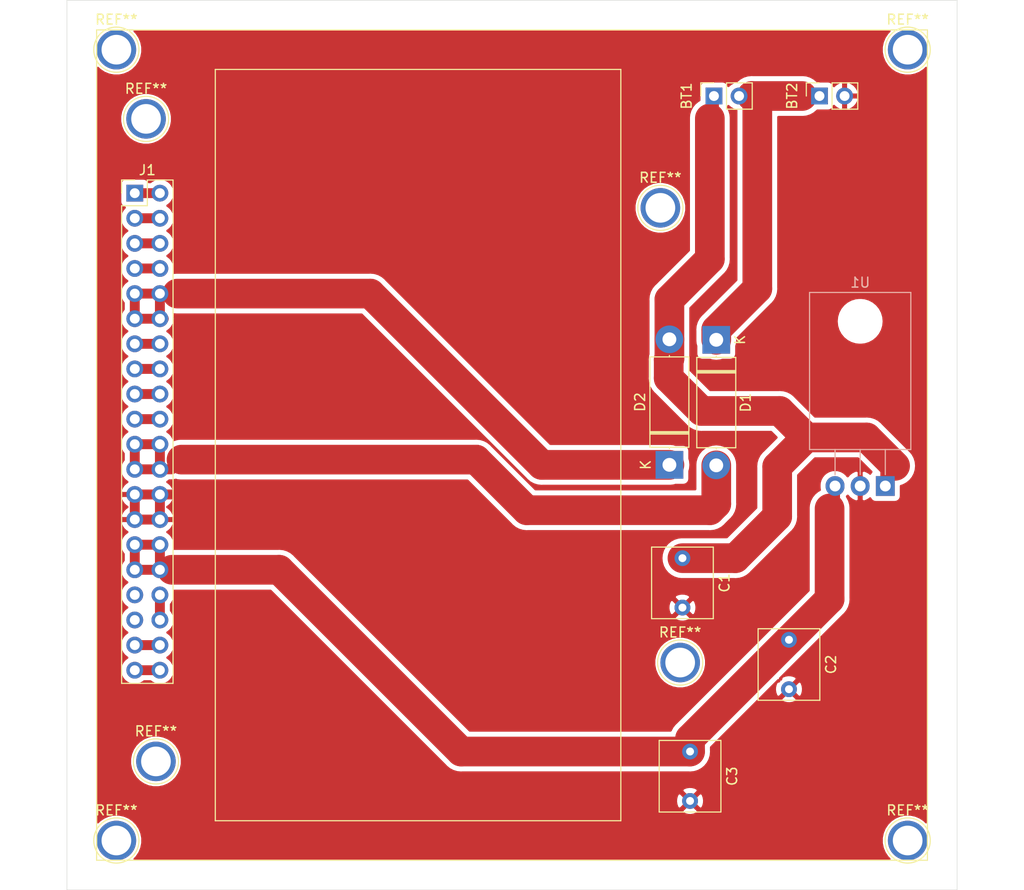
<source format=kicad_pcb>
(kicad_pcb (version 20171130) (host pcbnew 5.1.1-8be2ce7~80~ubuntu18.10.1)

  (general
    (thickness 1.6)
    (drawings 12)
    (tracks 79)
    (zones 0)
    (modules 17)
    (nets 20)
  )

  (page A4)
  (layers
    (0 F.Cu signal)
    (31 B.Cu signal)
    (32 B.Adhes user)
    (33 F.Adhes user)
    (34 B.Paste user)
    (35 F.Paste user)
    (36 B.SilkS user)
    (37 F.SilkS user)
    (38 B.Mask user)
    (39 F.Mask user)
    (40 Dwgs.User user)
    (41 Cmts.User user)
    (42 Eco1.User user)
    (43 Eco2.User user)
    (44 Edge.Cuts user)
    (45 Margin user)
    (46 B.CrtYd user)
    (47 F.CrtYd user)
    (48 B.Fab user)
    (49 F.Fab user)
  )

  (setup
    (last_trace_width 3)
    (user_trace_width 1)
    (user_trace_width 3)
    (trace_clearance 0.2)
    (zone_clearance 0.508)
    (zone_45_only no)
    (trace_min 0.2)
    (via_size 0.8)
    (via_drill 0.4)
    (via_min_size 0.4)
    (via_min_drill 0.3)
    (uvia_size 0.3)
    (uvia_drill 0.1)
    (uvias_allowed no)
    (uvia_min_size 0.2)
    (uvia_min_drill 0.1)
    (edge_width 0.05)
    (segment_width 0.2)
    (pcb_text_width 0.3)
    (pcb_text_size 1.5 1.5)
    (mod_edge_width 0.12)
    (mod_text_size 1 1)
    (mod_text_width 0.15)
    (pad_size 1.524 1.524)
    (pad_drill 0.762)
    (pad_to_mask_clearance 0.051)
    (solder_mask_min_width 0.25)
    (aux_axis_origin 0 0)
    (grid_origin 100 140)
    (visible_elements FFFFFF7F)
    (pcbplotparams
      (layerselection 0x010fc_ffffffff)
      (usegerberextensions false)
      (usegerberattributes false)
      (usegerberadvancedattributes false)
      (creategerberjobfile false)
      (excludeedgelayer true)
      (linewidth 0.100000)
      (plotframeref false)
      (viasonmask false)
      (mode 1)
      (useauxorigin false)
      (hpglpennumber 1)
      (hpglpenspeed 20)
      (hpglpendiameter 15.000000)
      (psnegative false)
      (psa4output false)
      (plotreference true)
      (plotvalue true)
      (plotinvisibletext false)
      (padsonsilk false)
      (subtractmaskfromsilk false)
      (outputformat 1)
      (mirror false)
      (drillshape 1)
      (scaleselection 1)
      (outputdirectory ""))
  )

  (net 0 "")
  (net 1 "Net-(BT1-Pad1)")
  (net 2 "Net-(BT1-Pad2)")
  (net 3 GND)
  (net 4 VIN-5V)
  (net 5 VHARV)
  (net 6 VBAT)
  (net 7 IO4)
  (net 8 IO3)
  (net 9 IO2)
  (net 10 IO1)
  (net 11 IO5)
  (net 12 IO6)
  (net 13 IO7)
  (net 14 IO8)
  (net 15 "Net-(J1-Pad33)")
  (net 16 INV-BLDC)
  (net 17 "Net-(J1-Pad35)")
  (net 18 FG-BLDC-OUT)
  (net 19 PWM-BLDC)

  (net_class Default "This is the default net class."
    (clearance 0.2)
    (trace_width 0.25)
    (via_dia 0.8)
    (via_drill 0.4)
    (uvia_dia 0.3)
    (uvia_drill 0.1)
    (add_net FG-BLDC-OUT)
    (add_net GND)
    (add_net INV-BLDC)
    (add_net IO1)
    (add_net IO2)
    (add_net IO3)
    (add_net IO4)
    (add_net IO5)
    (add_net IO6)
    (add_net IO7)
    (add_net IO8)
    (add_net "Net-(BT1-Pad1)")
    (add_net "Net-(BT1-Pad2)")
    (add_net "Net-(J1-Pad33)")
    (add_net "Net-(J1-Pad35)")
    (add_net PWM-BLDC)
    (add_net VBAT)
    (add_net VHARV)
    (add_net VIN-5V)
  )

  (module Diode_THT:D_5W_P12.70mm_Horizontal (layer F.Cu) (tedit 5AE50CD5) (tstamp 5CC2F316)
    (at 165.65 84.35 270)
    (descr "Diode, 5W series, Axial, Horizontal, pin pitch=12.7mm, , length*diameter=8.9*3.7mm^2, , http://www.diodes.com/_files/packages/8686949.gif")
    (tags "Diode 5W series Axial Horizontal pin pitch 12.7mm  length 8.9mm diameter 3.7mm")
    (path /5CC25493)
    (fp_text reference D1 (at 6.35 -2.97 90) (layer F.SilkS)
      (effects (font (size 1 1) (thickness 0.15)))
    )
    (fp_text value D (at 6.35 2.97 90) (layer F.Fab)
      (effects (font (size 1 1) (thickness 0.15)))
    )
    (fp_text user K (at 0 -2.4 90) (layer F.SilkS)
      (effects (font (size 1 1) (thickness 0.15)))
    )
    (fp_text user K (at 0 -2.4 90) (layer F.Fab)
      (effects (font (size 1 1) (thickness 0.15)))
    )
    (fp_text user %R (at 7.0175 0 90) (layer F.Fab)
      (effects (font (size 1 1) (thickness 0.15)))
    )
    (fp_line (start 14.35 -2.1) (end -1.65 -2.1) (layer F.CrtYd) (width 0.05))
    (fp_line (start 14.35 2.1) (end 14.35 -2.1) (layer F.CrtYd) (width 0.05))
    (fp_line (start -1.65 2.1) (end 14.35 2.1) (layer F.CrtYd) (width 0.05))
    (fp_line (start -1.65 -2.1) (end -1.65 2.1) (layer F.CrtYd) (width 0.05))
    (fp_line (start 3.115 -1.97) (end 3.115 1.97) (layer F.SilkS) (width 0.12))
    (fp_line (start 3.355 -1.97) (end 3.355 1.97) (layer F.SilkS) (width 0.12))
    (fp_line (start 3.235 -1.97) (end 3.235 1.97) (layer F.SilkS) (width 0.12))
    (fp_line (start 11.06 0) (end 10.92 0) (layer F.SilkS) (width 0.12))
    (fp_line (start 1.64 0) (end 1.78 0) (layer F.SilkS) (width 0.12))
    (fp_line (start 10.92 -1.97) (end 1.78 -1.97) (layer F.SilkS) (width 0.12))
    (fp_line (start 10.92 1.97) (end 10.92 -1.97) (layer F.SilkS) (width 0.12))
    (fp_line (start 1.78 1.97) (end 10.92 1.97) (layer F.SilkS) (width 0.12))
    (fp_line (start 1.78 -1.97) (end 1.78 1.97) (layer F.SilkS) (width 0.12))
    (fp_line (start 3.135 -1.85) (end 3.135 1.85) (layer F.Fab) (width 0.1))
    (fp_line (start 3.335 -1.85) (end 3.335 1.85) (layer F.Fab) (width 0.1))
    (fp_line (start 3.235 -1.85) (end 3.235 1.85) (layer F.Fab) (width 0.1))
    (fp_line (start 12.7 0) (end 10.8 0) (layer F.Fab) (width 0.1))
    (fp_line (start 0 0) (end 1.9 0) (layer F.Fab) (width 0.1))
    (fp_line (start 10.8 -1.85) (end 1.9 -1.85) (layer F.Fab) (width 0.1))
    (fp_line (start 10.8 1.85) (end 10.8 -1.85) (layer F.Fab) (width 0.1))
    (fp_line (start 1.9 1.85) (end 10.8 1.85) (layer F.Fab) (width 0.1))
    (fp_line (start 1.9 -1.85) (end 1.9 1.85) (layer F.Fab) (width 0.1))
    (pad 2 thru_hole oval (at 12.7 0 270) (size 2.8 2.8) (drill 1.4) (layers *.Cu *.Mask)
      (net 5 VHARV))
    (pad 1 thru_hole rect (at 0 0 270) (size 2.8 2.8) (drill 1.4) (layers *.Cu *.Mask)
      (net 2 "Net-(BT1-Pad2)"))
    (model ${KISYS3DMOD}/Diode_THT.3dshapes/D_5W_P12.70mm_Horizontal.wrl
      (at (xyz 0 0 0))
      (scale (xyz 1 1 1))
      (rotate (xyz 0 0 0))
    )
  )

  (module TestPoint:TestPoint_Plated_Hole_D3.0mm (layer F.Cu) (tedit 5A0F774F) (tstamp 5CC303E6)
    (at 109 127)
    (descr "Plated Hole as test Point, diameter 3.0mm")
    (tags "test point plated hole")
    (attr virtual)
    (fp_text reference REF** (at 0 -3.048) (layer F.SilkS)
      (effects (font (size 1 1) (thickness 0.15)))
    )
    (fp_text value TestPoint_Plated_Hole_D3.0mm (at 0 3) (layer F.Fab)
      (effects (font (size 1 1) (thickness 0.15)))
    )
    (fp_text user %R (at 0 -3.05) (layer F.Fab)
      (effects (font (size 1 1) (thickness 0.15)))
    )
    (fp_circle (center 0 0) (end 2.5 0) (layer F.CrtYd) (width 0.05))
    (fp_circle (center 0 0) (end 0 -2.286) (layer F.SilkS) (width 0.12))
    (pad 1 thru_hole circle (at 0 0) (size 4 4) (drill 3) (layers *.Cu *.Mask))
  )

  (module TestPoint:TestPoint_Plated_Hole_D3.0mm (layer F.Cu) (tedit 5A0F774F) (tstamp 5CC303D8)
    (at 162 117)
    (descr "Plated Hole as test Point, diameter 3.0mm")
    (tags "test point plated hole")
    (attr virtual)
    (fp_text reference REF** (at 0 -3.048) (layer F.SilkS)
      (effects (font (size 1 1) (thickness 0.15)))
    )
    (fp_text value TestPoint_Plated_Hole_D3.0mm (at 0 3) (layer F.Fab)
      (effects (font (size 1 1) (thickness 0.15)))
    )
    (fp_circle (center 0 0) (end 0 -2.286) (layer F.SilkS) (width 0.12))
    (fp_circle (center 0 0) (end 2.5 0) (layer F.CrtYd) (width 0.05))
    (fp_text user %R (at 0 -3.05) (layer F.Fab)
      (effects (font (size 1 1) (thickness 0.15)))
    )
    (pad 1 thru_hole circle (at 0 0) (size 4 4) (drill 3) (layers *.Cu *.Mask))
  )

  (module TestPoint:TestPoint_Plated_Hole_D3.0mm (layer F.Cu) (tedit 5A0F774F) (tstamp 5CC30358)
    (at 108 62)
    (descr "Plated Hole as test Point, diameter 3.0mm")
    (tags "test point plated hole")
    (attr virtual)
    (fp_text reference REF** (at 0 -3.048) (layer F.SilkS)
      (effects (font (size 1 1) (thickness 0.15)))
    )
    (fp_text value TestPoint_Plated_Hole_D3.0mm (at 0 3) (layer F.Fab)
      (effects (font (size 1 1) (thickness 0.15)))
    )
    (fp_circle (center 0 0) (end 0 -2.286) (layer F.SilkS) (width 0.12))
    (fp_circle (center 0 0) (end 2.5 0) (layer F.CrtYd) (width 0.05))
    (fp_text user %R (at 0 -3.05) (layer F.Fab)
      (effects (font (size 1 1) (thickness 0.15)))
    )
    (pad 1 thru_hole circle (at 0 0) (size 4 4) (drill 3) (layers *.Cu *.Mask))
  )

  (module TestPoint:TestPoint_Plated_Hole_D3.0mm (layer F.Cu) (tedit 5A0F774F) (tstamp 5CC3034A)
    (at 160 71)
    (descr "Plated Hole as test Point, diameter 3.0mm")
    (tags "test point plated hole")
    (attr virtual)
    (fp_text reference REF** (at 0 -3.048) (layer F.SilkS)
      (effects (font (size 1 1) (thickness 0.15)))
    )
    (fp_text value TestPoint_Plated_Hole_D3.0mm (at 0 3) (layer F.Fab)
      (effects (font (size 1 1) (thickness 0.15)))
    )
    (fp_text user %R (at 0 -3.05) (layer F.Fab)
      (effects (font (size 1 1) (thickness 0.15)))
    )
    (fp_circle (center 0 0) (end 2.5 0) (layer F.CrtYd) (width 0.05))
    (fp_circle (center 0 0) (end 0 -2.286) (layer F.SilkS) (width 0.12))
    (pad 1 thru_hole circle (at 0 0) (size 4 4) (drill 3) (layers *.Cu *.Mask))
  )

  (module TestPoint:TestPoint_Plated_Hole_D3.0mm (layer F.Cu) (tedit 5A0F774F) (tstamp 5CC2EFE5)
    (at 185 55)
    (descr "Plated Hole as test Point, diameter 3.0mm")
    (tags "test point plated hole")
    (attr virtual)
    (fp_text reference REF** (at 0 -3.048) (layer F.SilkS)
      (effects (font (size 1 1) (thickness 0.15)))
    )
    (fp_text value TestPoint_Plated_Hole_D3.0mm (at 0 3) (layer F.Fab)
      (effects (font (size 1 1) (thickness 0.15)))
    )
    (fp_circle (center 0 0) (end 0 -2.286) (layer F.SilkS) (width 0.12))
    (fp_circle (center 0 0) (end 2.5 0) (layer F.CrtYd) (width 0.05))
    (fp_text user %R (at 0 -3.05) (layer F.Fab)
      (effects (font (size 1 1) (thickness 0.15)))
    )
    (pad 1 thru_hole circle (at 0 0) (size 4 4) (drill 3) (layers *.Cu *.Mask))
  )

  (module TestPoint:TestPoint_Plated_Hole_D3.0mm (layer F.Cu) (tedit 5A0F774F) (tstamp 5CC2EFD7)
    (at 105 55)
    (descr "Plated Hole as test Point, diameter 3.0mm")
    (tags "test point plated hole")
    (attr virtual)
    (fp_text reference REF** (at 0 -3.048) (layer F.SilkS)
      (effects (font (size 1 1) (thickness 0.15)))
    )
    (fp_text value TestPoint_Plated_Hole_D3.0mm (at 0 3) (layer F.Fab)
      (effects (font (size 1 1) (thickness 0.15)))
    )
    (fp_text user %R (at 0 -3.05) (layer F.Fab)
      (effects (font (size 1 1) (thickness 0.15)))
    )
    (fp_circle (center 0 0) (end 2.5 0) (layer F.CrtYd) (width 0.05))
    (fp_circle (center 0 0) (end 0 -2.286) (layer F.SilkS) (width 0.12))
    (pad 1 thru_hole circle (at 0 0) (size 4 4) (drill 3) (layers *.Cu *.Mask))
  )

  (module TestPoint:TestPoint_Plated_Hole_D3.0mm (layer F.Cu) (tedit 5A0F774F) (tstamp 5CC2EFC1)
    (at 185 135)
    (descr "Plated Hole as test Point, diameter 3.0mm")
    (tags "test point plated hole")
    (attr virtual)
    (fp_text reference REF** (at 0 -3.048) (layer F.SilkS)
      (effects (font (size 1 1) (thickness 0.15)))
    )
    (fp_text value TestPoint_Plated_Hole_D3.0mm (at 0 3) (layer F.Fab)
      (effects (font (size 1 1) (thickness 0.15)))
    )
    (fp_text user %R (at 0 -3.05) (layer F.Fab)
      (effects (font (size 1 1) (thickness 0.15)))
    )
    (fp_circle (center 0 0) (end 2.5 0) (layer F.CrtYd) (width 0.05))
    (fp_circle (center 0 0) (end 0 -2.286) (layer F.SilkS) (width 0.12))
    (pad 1 thru_hole circle (at 0 0) (size 4 4) (drill 3) (layers *.Cu *.Mask))
  )

  (module TestPoint:TestPoint_Plated_Hole_D3.0mm (layer F.Cu) (tedit 5A0F774F) (tstamp 5CC2EFC0)
    (at 105 135)
    (descr "Plated Hole as test Point, diameter 3.0mm")
    (tags "test point plated hole")
    (attr virtual)
    (fp_text reference REF** (at 0 -3.048) (layer F.SilkS)
      (effects (font (size 1 1) (thickness 0.15)))
    )
    (fp_text value TestPoint_Plated_Hole_D3.0mm (at 0 3) (layer F.Fab)
      (effects (font (size 1 1) (thickness 0.15)))
    )
    (fp_circle (center 0 0) (end 0 -2.286) (layer F.SilkS) (width 0.12))
    (fp_circle (center 0 0) (end 2.5 0) (layer F.CrtYd) (width 0.05))
    (fp_text user %R (at 0 -3.05) (layer F.Fab)
      (effects (font (size 1 1) (thickness 0.15)))
    )
    (pad 1 thru_hole circle (at 0 0) (size 4 4) (drill 3) (layers *.Cu *.Mask))
  )

  (module Connector_PinSocket_2.54mm:PinSocket_1x02_P2.54mm_Vertical (layer F.Cu) (tedit 5A19A420) (tstamp 5CC2FCE4)
    (at 165.416 59.688 90)
    (descr "Through hole straight socket strip, 1x02, 2.54mm pitch, single row (from Kicad 4.0.7), script generated")
    (tags "Through hole socket strip THT 1x02 2.54mm single row")
    (path /5CBE2AEB)
    (fp_text reference BT1 (at 0 -2.77 90) (layer F.SilkS)
      (effects (font (size 1 1) (thickness 0.15)))
    )
    (fp_text value Battery_Cell (at 0 5.31 90) (layer F.Fab)
      (effects (font (size 1 1) (thickness 0.15)))
    )
    (fp_line (start -1.27 -1.27) (end 0.635 -1.27) (layer F.Fab) (width 0.1))
    (fp_line (start 0.635 -1.27) (end 1.27 -0.635) (layer F.Fab) (width 0.1))
    (fp_line (start 1.27 -0.635) (end 1.27 3.81) (layer F.Fab) (width 0.1))
    (fp_line (start 1.27 3.81) (end -1.27 3.81) (layer F.Fab) (width 0.1))
    (fp_line (start -1.27 3.81) (end -1.27 -1.27) (layer F.Fab) (width 0.1))
    (fp_line (start -1.33 1.27) (end 1.33 1.27) (layer F.SilkS) (width 0.12))
    (fp_line (start -1.33 1.27) (end -1.33 3.87) (layer F.SilkS) (width 0.12))
    (fp_line (start -1.33 3.87) (end 1.33 3.87) (layer F.SilkS) (width 0.12))
    (fp_line (start 1.33 1.27) (end 1.33 3.87) (layer F.SilkS) (width 0.12))
    (fp_line (start 1.33 -1.33) (end 1.33 0) (layer F.SilkS) (width 0.12))
    (fp_line (start 0 -1.33) (end 1.33 -1.33) (layer F.SilkS) (width 0.12))
    (fp_line (start -1.8 -1.8) (end 1.75 -1.8) (layer F.CrtYd) (width 0.05))
    (fp_line (start 1.75 -1.8) (end 1.75 4.3) (layer F.CrtYd) (width 0.05))
    (fp_line (start 1.75 4.3) (end -1.8 4.3) (layer F.CrtYd) (width 0.05))
    (fp_line (start -1.8 4.3) (end -1.8 -1.8) (layer F.CrtYd) (width 0.05))
    (fp_text user %R (at 0 1.27) (layer F.Fab)
      (effects (font (size 1 1) (thickness 0.15)))
    )
    (pad 1 thru_hole rect (at 0 0 90) (size 1.7 1.7) (drill 1) (layers *.Cu *.Mask)
      (net 1 "Net-(BT1-Pad1)"))
    (pad 2 thru_hole oval (at 0 2.54 90) (size 1.7 1.7) (drill 1) (layers *.Cu *.Mask)
      (net 2 "Net-(BT1-Pad2)"))
    (model ${KISYS3DMOD}/Connector_PinSocket_2.54mm.3dshapes/PinSocket_1x02_P2.54mm_Vertical.wrl
      (at (xyz 0 0 0))
      (scale (xyz 1 1 1))
      (rotate (xyz 0 0 0))
    )
  )

  (module Connector_PinSocket_2.54mm:PinSocket_1x02_P2.54mm_Vertical (layer F.Cu) (tedit 5A19A420) (tstamp 5CC2EC33)
    (at 176.084 59.688 90)
    (descr "Through hole straight socket strip, 1x02, 2.54mm pitch, single row (from Kicad 4.0.7), script generated")
    (tags "Through hole socket strip THT 1x02 2.54mm single row")
    (path /5CBE2ED5)
    (fp_text reference BT2 (at 0 -2.77 90) (layer F.SilkS)
      (effects (font (size 1 1) (thickness 0.15)))
    )
    (fp_text value Battery_Cell (at 0 5.31 90) (layer F.Fab)
      (effects (font (size 1 1) (thickness 0.15)))
    )
    (fp_text user %R (at 0 1.27) (layer F.Fab)
      (effects (font (size 1 1) (thickness 0.15)))
    )
    (fp_line (start -1.8 4.3) (end -1.8 -1.8) (layer F.CrtYd) (width 0.05))
    (fp_line (start 1.75 4.3) (end -1.8 4.3) (layer F.CrtYd) (width 0.05))
    (fp_line (start 1.75 -1.8) (end 1.75 4.3) (layer F.CrtYd) (width 0.05))
    (fp_line (start -1.8 -1.8) (end 1.75 -1.8) (layer F.CrtYd) (width 0.05))
    (fp_line (start 0 -1.33) (end 1.33 -1.33) (layer F.SilkS) (width 0.12))
    (fp_line (start 1.33 -1.33) (end 1.33 0) (layer F.SilkS) (width 0.12))
    (fp_line (start 1.33 1.27) (end 1.33 3.87) (layer F.SilkS) (width 0.12))
    (fp_line (start -1.33 3.87) (end 1.33 3.87) (layer F.SilkS) (width 0.12))
    (fp_line (start -1.33 1.27) (end -1.33 3.87) (layer F.SilkS) (width 0.12))
    (fp_line (start -1.33 1.27) (end 1.33 1.27) (layer F.SilkS) (width 0.12))
    (fp_line (start -1.27 3.81) (end -1.27 -1.27) (layer F.Fab) (width 0.1))
    (fp_line (start 1.27 3.81) (end -1.27 3.81) (layer F.Fab) (width 0.1))
    (fp_line (start 1.27 -0.635) (end 1.27 3.81) (layer F.Fab) (width 0.1))
    (fp_line (start 0.635 -1.27) (end 1.27 -0.635) (layer F.Fab) (width 0.1))
    (fp_line (start -1.27 -1.27) (end 0.635 -1.27) (layer F.Fab) (width 0.1))
    (pad 2 thru_hole oval (at 0 2.54 90) (size 1.7 1.7) (drill 1) (layers *.Cu *.Mask)
      (net 3 GND))
    (pad 1 thru_hole rect (at 0 0 90) (size 1.7 1.7) (drill 1) (layers *.Cu *.Mask)
      (net 2 "Net-(BT1-Pad2)"))
    (model ${KISYS3DMOD}/Connector_PinSocket_2.54mm.3dshapes/PinSocket_1x02_P2.54mm_Vertical.wrl
      (at (xyz 0 0 0))
      (scale (xyz 1 1 1))
      (rotate (xyz 0 0 0))
    )
  )

  (module Capacitor_THT:C_Rect_L7.0mm_W6.0mm_P5.00mm (layer F.Cu) (tedit 5AE50EF0) (tstamp 5CC2FE0D)
    (at 162.23 106.44 270)
    (descr "C, Rect series, Radial, pin pitch=5.00mm, , length*width=7*6mm^2, Capacitor")
    (tags "C Rect series Radial pin pitch 5.00mm  length 7mm width 6mm Capacitor")
    (path /5CBEA0AB)
    (fp_text reference C1 (at 2.5 -4.25 90) (layer F.SilkS)
      (effects (font (size 1 1) (thickness 0.15)))
    )
    (fp_text value 0.33uF (at 2.5 4.25 90) (layer F.Fab)
      (effects (font (size 1 1) (thickness 0.15)))
    )
    (fp_line (start -1 -3) (end -1 3) (layer F.Fab) (width 0.1))
    (fp_line (start -1 3) (end 6 3) (layer F.Fab) (width 0.1))
    (fp_line (start 6 3) (end 6 -3) (layer F.Fab) (width 0.1))
    (fp_line (start 6 -3) (end -1 -3) (layer F.Fab) (width 0.1))
    (fp_line (start -1.12 -3.12) (end 6.12 -3.12) (layer F.SilkS) (width 0.12))
    (fp_line (start -1.12 3.12) (end 6.12 3.12) (layer F.SilkS) (width 0.12))
    (fp_line (start -1.12 -3.12) (end -1.12 3.12) (layer F.SilkS) (width 0.12))
    (fp_line (start 6.12 -3.12) (end 6.12 3.12) (layer F.SilkS) (width 0.12))
    (fp_line (start -1.25 -3.25) (end -1.25 3.25) (layer F.CrtYd) (width 0.05))
    (fp_line (start -1.25 3.25) (end 6.25 3.25) (layer F.CrtYd) (width 0.05))
    (fp_line (start 6.25 3.25) (end 6.25 -3.25) (layer F.CrtYd) (width 0.05))
    (fp_line (start 6.25 -3.25) (end -1.25 -3.25) (layer F.CrtYd) (width 0.05))
    (fp_text user %R (at 2.5 0 90) (layer F.Fab)
      (effects (font (size 1 1) (thickness 0.15)))
    )
    (pad 1 thru_hole circle (at 0 0 270) (size 1.6 1.6) (drill 0.8) (layers *.Cu *.Mask)
      (net 1 "Net-(BT1-Pad1)"))
    (pad 2 thru_hole circle (at 5 0 270) (size 1.6 1.6) (drill 0.8) (layers *.Cu *.Mask)
      (net 3 GND))
    (model ${KISYS3DMOD}/Capacitor_THT.3dshapes/C_Rect_L7.0mm_W6.0mm_P5.00mm.wrl
      (at (xyz 0 0 0))
      (scale (xyz 1 1 1))
      (rotate (xyz 0 0 0))
    )
  )

  (module Capacitor_THT:C_Rect_L7.0mm_W6.0mm_P5.00mm (layer F.Cu) (tedit 5AE50EF0) (tstamp 5CC2EBC4)
    (at 173 114.696 270)
    (descr "C, Rect series, Radial, pin pitch=5.00mm, , length*width=7*6mm^2, Capacitor")
    (tags "C Rect series Radial pin pitch 5.00mm  length 7mm width 6mm Capacitor")
    (path /5CBEB2AA)
    (fp_text reference C2 (at 2.5 -4.25 90) (layer F.SilkS)
      (effects (font (size 1 1) (thickness 0.15)))
    )
    (fp_text value 100nF (at 2.5 4.25 90) (layer F.Fab)
      (effects (font (size 1 1) (thickness 0.15)))
    )
    (fp_text user %R (at 2.5 0 90) (layer F.Fab)
      (effects (font (size 1 1) (thickness 0.15)))
    )
    (fp_line (start 6.25 -3.25) (end -1.25 -3.25) (layer F.CrtYd) (width 0.05))
    (fp_line (start 6.25 3.25) (end 6.25 -3.25) (layer F.CrtYd) (width 0.05))
    (fp_line (start -1.25 3.25) (end 6.25 3.25) (layer F.CrtYd) (width 0.05))
    (fp_line (start -1.25 -3.25) (end -1.25 3.25) (layer F.CrtYd) (width 0.05))
    (fp_line (start 6.12 -3.12) (end 6.12 3.12) (layer F.SilkS) (width 0.12))
    (fp_line (start -1.12 -3.12) (end -1.12 3.12) (layer F.SilkS) (width 0.12))
    (fp_line (start -1.12 3.12) (end 6.12 3.12) (layer F.SilkS) (width 0.12))
    (fp_line (start -1.12 -3.12) (end 6.12 -3.12) (layer F.SilkS) (width 0.12))
    (fp_line (start 6 -3) (end -1 -3) (layer F.Fab) (width 0.1))
    (fp_line (start 6 3) (end 6 -3) (layer F.Fab) (width 0.1))
    (fp_line (start -1 3) (end 6 3) (layer F.Fab) (width 0.1))
    (fp_line (start -1 -3) (end -1 3) (layer F.Fab) (width 0.1))
    (pad 2 thru_hole circle (at 5 0 270) (size 1.6 1.6) (drill 0.8) (layers *.Cu *.Mask)
      (net 3 GND))
    (pad 1 thru_hole circle (at 0 0 270) (size 1.6 1.6) (drill 0.8) (layers *.Cu *.Mask)
      (net 4 VIN-5V))
    (model ${KISYS3DMOD}/Capacitor_THT.3dshapes/C_Rect_L7.0mm_W6.0mm_P5.00mm.wrl
      (at (xyz 0 0 0))
      (scale (xyz 1 1 1))
      (rotate (xyz 0 0 0))
    )
  )

  (module Capacitor_THT:C_Rect_L7.0mm_W6.0mm_P5.00mm (layer F.Cu) (tedit 5AE50EF0) (tstamp 5CC2EB8E)
    (at 163 126 270)
    (descr "C, Rect series, Radial, pin pitch=5.00mm, , length*width=7*6mm^2, Capacitor")
    (tags "C Rect series Radial pin pitch 5.00mm  length 7mm width 6mm Capacitor")
    (path /5CBEE8E7)
    (fp_text reference C3 (at 2.5 -4.25 90) (layer F.SilkS)
      (effects (font (size 1 1) (thickness 0.15)))
    )
    (fp_text value 20uF (at 2.5 4.25 90) (layer F.Fab)
      (effects (font (size 1 1) (thickness 0.15)))
    )
    (fp_line (start -1 -3) (end -1 3) (layer F.Fab) (width 0.1))
    (fp_line (start -1 3) (end 6 3) (layer F.Fab) (width 0.1))
    (fp_line (start 6 3) (end 6 -3) (layer F.Fab) (width 0.1))
    (fp_line (start 6 -3) (end -1 -3) (layer F.Fab) (width 0.1))
    (fp_line (start -1.12 -3.12) (end 6.12 -3.12) (layer F.SilkS) (width 0.12))
    (fp_line (start -1.12 3.12) (end 6.12 3.12) (layer F.SilkS) (width 0.12))
    (fp_line (start -1.12 -3.12) (end -1.12 3.12) (layer F.SilkS) (width 0.12))
    (fp_line (start 6.12 -3.12) (end 6.12 3.12) (layer F.SilkS) (width 0.12))
    (fp_line (start -1.25 -3.25) (end -1.25 3.25) (layer F.CrtYd) (width 0.05))
    (fp_line (start -1.25 3.25) (end 6.25 3.25) (layer F.CrtYd) (width 0.05))
    (fp_line (start 6.25 3.25) (end 6.25 -3.25) (layer F.CrtYd) (width 0.05))
    (fp_line (start 6.25 -3.25) (end -1.25 -3.25) (layer F.CrtYd) (width 0.05))
    (fp_text user %R (at 2.5 0 90) (layer F.Fab)
      (effects (font (size 1 1) (thickness 0.15)))
    )
    (pad 1 thru_hole circle (at 0 0 270) (size 1.6 1.6) (drill 0.8) (layers *.Cu *.Mask)
      (net 4 VIN-5V))
    (pad 2 thru_hole circle (at 5 0 270) (size 1.6 1.6) (drill 0.8) (layers *.Cu *.Mask)
      (net 3 GND))
    (model ${KISYS3DMOD}/Capacitor_THT.3dshapes/C_Rect_L7.0mm_W6.0mm_P5.00mm.wrl
      (at (xyz 0 0 0))
      (scale (xyz 1 1 1))
      (rotate (xyz 0 0 0))
    )
  )

  (module Diode_THT:D_5W_P12.70mm_Horizontal (layer F.Cu) (tedit 5AE50CD5) (tstamp 5CC2EAE6)
    (at 160.912 97 90)
    (descr "Diode, 5W series, Axial, Horizontal, pin pitch=12.7mm, , length*diameter=8.9*3.7mm^2, , http://www.diodes.com/_files/packages/8686949.gif")
    (tags "Diode 5W series Axial Horizontal pin pitch 12.7mm  length 8.9mm diameter 3.7mm")
    (path /5CC24E0D)
    (fp_text reference D2 (at 6.35 -2.97 90) (layer F.SilkS)
      (effects (font (size 1 1) (thickness 0.15)))
    )
    (fp_text value D (at 6.35 2.97 90) (layer F.Fab)
      (effects (font (size 1 1) (thickness 0.15)))
    )
    (fp_line (start 1.9 -1.85) (end 1.9 1.85) (layer F.Fab) (width 0.1))
    (fp_line (start 1.9 1.85) (end 10.8 1.85) (layer F.Fab) (width 0.1))
    (fp_line (start 10.8 1.85) (end 10.8 -1.85) (layer F.Fab) (width 0.1))
    (fp_line (start 10.8 -1.85) (end 1.9 -1.85) (layer F.Fab) (width 0.1))
    (fp_line (start 0 0) (end 1.9 0) (layer F.Fab) (width 0.1))
    (fp_line (start 12.7 0) (end 10.8 0) (layer F.Fab) (width 0.1))
    (fp_line (start 3.235 -1.85) (end 3.235 1.85) (layer F.Fab) (width 0.1))
    (fp_line (start 3.335 -1.85) (end 3.335 1.85) (layer F.Fab) (width 0.1))
    (fp_line (start 3.135 -1.85) (end 3.135 1.85) (layer F.Fab) (width 0.1))
    (fp_line (start 1.78 -1.97) (end 1.78 1.97) (layer F.SilkS) (width 0.12))
    (fp_line (start 1.78 1.97) (end 10.92 1.97) (layer F.SilkS) (width 0.12))
    (fp_line (start 10.92 1.97) (end 10.92 -1.97) (layer F.SilkS) (width 0.12))
    (fp_line (start 10.92 -1.97) (end 1.78 -1.97) (layer F.SilkS) (width 0.12))
    (fp_line (start 1.64 0) (end 1.78 0) (layer F.SilkS) (width 0.12))
    (fp_line (start 11.06 0) (end 10.92 0) (layer F.SilkS) (width 0.12))
    (fp_line (start 3.235 -1.97) (end 3.235 1.97) (layer F.SilkS) (width 0.12))
    (fp_line (start 3.355 -1.97) (end 3.355 1.97) (layer F.SilkS) (width 0.12))
    (fp_line (start 3.115 -1.97) (end 3.115 1.97) (layer F.SilkS) (width 0.12))
    (fp_line (start -1.65 -2.1) (end -1.65 2.1) (layer F.CrtYd) (width 0.05))
    (fp_line (start -1.65 2.1) (end 14.35 2.1) (layer F.CrtYd) (width 0.05))
    (fp_line (start 14.35 2.1) (end 14.35 -2.1) (layer F.CrtYd) (width 0.05))
    (fp_line (start 14.35 -2.1) (end -1.65 -2.1) (layer F.CrtYd) (width 0.05))
    (fp_text user %R (at 7.0175 0 90) (layer F.Fab)
      (effects (font (size 1 1) (thickness 0.15)))
    )
    (fp_text user K (at 0 -2.4 90) (layer F.Fab)
      (effects (font (size 1 1) (thickness 0.15)))
    )
    (fp_text user K (at 0 -2.4 90) (layer F.SilkS)
      (effects (font (size 1 1) (thickness 0.15)))
    )
    (pad 1 thru_hole rect (at 0 0 90) (size 2.8 2.8) (drill 1.4) (layers *.Cu *.Mask)
      (net 6 VBAT))
    (pad 2 thru_hole oval (at 12.7 0 90) (size 2.8 2.8) (drill 1.4) (layers *.Cu *.Mask)
      (net 1 "Net-(BT1-Pad1)"))
    (model ${KISYS3DMOD}/Diode_THT.3dshapes/D_5W_P12.70mm_Horizontal.wrl
      (at (xyz 0 0 0))
      (scale (xyz 1 1 1))
      (rotate (xyz 0 0 0))
    )
  )

  (module Package_TO_SOT_THT:TO-220-3_Horizontal_TabDown (layer B.Cu) (tedit 5AC8BA0D) (tstamp 5CC2EA8A)
    (at 182.74 99.14 180)
    (descr "TO-220-3, Horizontal, RM 2.54mm, see https://www.vishay.com/docs/66542/to-220-1.pdf")
    (tags "TO-220-3 Horizontal RM 2.54mm")
    (path /5CBE3688)
    (fp_text reference U1 (at 2.54 20.58) (layer B.SilkS)
      (effects (font (size 1 1) (thickness 0.15)) (justify mirror))
    )
    (fp_text value L7805 (at 2.54 -2) (layer B.Fab)
      (effects (font (size 1 1) (thickness 0.15)) (justify mirror))
    )
    (fp_circle (center 2.54 16.66) (end 4.39 16.66) (layer B.Fab) (width 0.1))
    (fp_line (start -2.46 13.06) (end -2.46 19.46) (layer B.Fab) (width 0.1))
    (fp_line (start -2.46 19.46) (end 7.54 19.46) (layer B.Fab) (width 0.1))
    (fp_line (start 7.54 19.46) (end 7.54 13.06) (layer B.Fab) (width 0.1))
    (fp_line (start 7.54 13.06) (end -2.46 13.06) (layer B.Fab) (width 0.1))
    (fp_line (start -2.46 3.81) (end -2.46 13.06) (layer B.Fab) (width 0.1))
    (fp_line (start -2.46 13.06) (end 7.54 13.06) (layer B.Fab) (width 0.1))
    (fp_line (start 7.54 13.06) (end 7.54 3.81) (layer B.Fab) (width 0.1))
    (fp_line (start 7.54 3.81) (end -2.46 3.81) (layer B.Fab) (width 0.1))
    (fp_line (start 0 3.81) (end 0 0) (layer B.Fab) (width 0.1))
    (fp_line (start 2.54 3.81) (end 2.54 0) (layer B.Fab) (width 0.1))
    (fp_line (start 5.08 3.81) (end 5.08 0) (layer B.Fab) (width 0.1))
    (fp_line (start -2.58 3.69) (end 7.66 3.69) (layer B.SilkS) (width 0.12))
    (fp_line (start -2.58 19.58) (end 7.66 19.58) (layer B.SilkS) (width 0.12))
    (fp_line (start -2.58 19.58) (end -2.58 3.69) (layer B.SilkS) (width 0.12))
    (fp_line (start 7.66 19.58) (end 7.66 3.69) (layer B.SilkS) (width 0.12))
    (fp_line (start 0 3.69) (end 0 1.15) (layer B.SilkS) (width 0.12))
    (fp_line (start 2.54 3.69) (end 2.54 1.15) (layer B.SilkS) (width 0.12))
    (fp_line (start 5.08 3.69) (end 5.08 1.15) (layer B.SilkS) (width 0.12))
    (fp_line (start -2.71 19.71) (end -2.71 -1.25) (layer B.CrtYd) (width 0.05))
    (fp_line (start -2.71 -1.25) (end 7.79 -1.25) (layer B.CrtYd) (width 0.05))
    (fp_line (start 7.79 -1.25) (end 7.79 19.71) (layer B.CrtYd) (width 0.05))
    (fp_line (start 7.79 19.71) (end -2.71 19.71) (layer B.CrtYd) (width 0.05))
    (fp_text user %R (at 2.54 20.58) (layer B.Fab)
      (effects (font (size 1 1) (thickness 0.15)) (justify mirror))
    )
    (pad "" np_thru_hole oval (at 2.54 16.66 180) (size 3.5 3.5) (drill 3.5) (layers *.Cu *.Mask))
    (pad 1 thru_hole rect (at 0 0 180) (size 1.905 2) (drill 1.1) (layers *.Cu *.Mask)
      (net 1 "Net-(BT1-Pad1)"))
    (pad 2 thru_hole oval (at 2.54 0 180) (size 1.905 2) (drill 1.1) (layers *.Cu *.Mask)
      (net 3 GND))
    (pad 3 thru_hole oval (at 5.08 0 180) (size 1.905 2) (drill 1.1) (layers *.Cu *.Mask)
      (net 4 VIN-5V))
    (model ${KISYS3DMOD}/Package_TO_SOT_THT.3dshapes/TO-220-3_Horizontal_TabDown.wrl
      (at (xyz 0 0 0))
      (scale (xyz 1 1 1))
      (rotate (xyz 0 0 0))
    )
  )

  (module Connector_PinHeader_2.54mm:PinHeader_2x20_P2.54mm_Vertical (layer F.Cu) (tedit 59FED5CC) (tstamp 5CC2FA26)
    (at 106.858 69.515)
    (descr "Through hole straight pin header, 2x20, 2.54mm pitch, double rows")
    (tags "Through hole pin header THT 2x20 2.54mm double row")
    (path /5CC2DF6C)
    (fp_text reference J1 (at 1.27 -2.33) (layer F.SilkS)
      (effects (font (size 1 1) (thickness 0.15)))
    )
    (fp_text value Conn_02x20_Odd_Even (at 1.27 50.59) (layer F.Fab)
      (effects (font (size 1 1) (thickness 0.15)))
    )
    (fp_line (start 0 -1.27) (end 3.81 -1.27) (layer F.Fab) (width 0.1))
    (fp_line (start 3.81 -1.27) (end 3.81 49.53) (layer F.Fab) (width 0.1))
    (fp_line (start 3.81 49.53) (end -1.27 49.53) (layer F.Fab) (width 0.1))
    (fp_line (start -1.27 49.53) (end -1.27 0) (layer F.Fab) (width 0.1))
    (fp_line (start -1.27 0) (end 0 -1.27) (layer F.Fab) (width 0.1))
    (fp_line (start -1.33 49.59) (end 3.87 49.59) (layer F.SilkS) (width 0.12))
    (fp_line (start -1.33 1.27) (end -1.33 49.59) (layer F.SilkS) (width 0.12))
    (fp_line (start 3.87 -1.33) (end 3.87 49.59) (layer F.SilkS) (width 0.12))
    (fp_line (start -1.33 1.27) (end 1.27 1.27) (layer F.SilkS) (width 0.12))
    (fp_line (start 1.27 1.27) (end 1.27 -1.33) (layer F.SilkS) (width 0.12))
    (fp_line (start 1.27 -1.33) (end 3.87 -1.33) (layer F.SilkS) (width 0.12))
    (fp_line (start -1.33 0) (end -1.33 -1.33) (layer F.SilkS) (width 0.12))
    (fp_line (start -1.33 -1.33) (end 0 -1.33) (layer F.SilkS) (width 0.12))
    (fp_line (start -1.8 -1.8) (end -1.8 50.05) (layer F.CrtYd) (width 0.05))
    (fp_line (start -1.8 50.05) (end 4.35 50.05) (layer F.CrtYd) (width 0.05))
    (fp_line (start 4.35 50.05) (end 4.35 -1.8) (layer F.CrtYd) (width 0.05))
    (fp_line (start 4.35 -1.8) (end -1.8 -1.8) (layer F.CrtYd) (width 0.05))
    (fp_text user %R (at 1.27 24.13 90) (layer F.Fab)
      (effects (font (size 1 1) (thickness 0.15)))
    )
    (pad 1 thru_hole rect (at 0 0) (size 1.7 1.7) (drill 1) (layers *.Cu *.Mask)
      (net 7 IO4))
    (pad 2 thru_hole oval (at 2.54 0) (size 1.7 1.7) (drill 1) (layers *.Cu *.Mask)
      (net 7 IO4))
    (pad 3 thru_hole oval (at 0 2.54) (size 1.7 1.7) (drill 1) (layers *.Cu *.Mask)
      (net 8 IO3))
    (pad 4 thru_hole oval (at 2.54 2.54) (size 1.7 1.7) (drill 1) (layers *.Cu *.Mask)
      (net 8 IO3))
    (pad 5 thru_hole oval (at 0 5.08) (size 1.7 1.7) (drill 1) (layers *.Cu *.Mask)
      (net 9 IO2))
    (pad 6 thru_hole oval (at 2.54 5.08) (size 1.7 1.7) (drill 1) (layers *.Cu *.Mask)
      (net 9 IO2))
    (pad 7 thru_hole oval (at 0 7.62) (size 1.7 1.7) (drill 1) (layers *.Cu *.Mask)
      (net 10 IO1))
    (pad 8 thru_hole oval (at 2.54 7.62) (size 1.7 1.7) (drill 1) (layers *.Cu *.Mask)
      (net 10 IO1))
    (pad 9 thru_hole oval (at 0 10.16) (size 1.7 1.7) (drill 1) (layers *.Cu *.Mask)
      (net 6 VBAT))
    (pad 10 thru_hole oval (at 2.54 10.16) (size 1.7 1.7) (drill 1) (layers *.Cu *.Mask)
      (net 6 VBAT))
    (pad 11 thru_hole oval (at 0 12.7) (size 1.7 1.7) (drill 1) (layers *.Cu *.Mask)
      (net 6 VBAT))
    (pad 12 thru_hole oval (at 2.54 12.7) (size 1.7 1.7) (drill 1) (layers *.Cu *.Mask)
      (net 6 VBAT))
    (pad 13 thru_hole oval (at 0 15.24) (size 1.7 1.7) (drill 1) (layers *.Cu *.Mask)
      (net 11 IO5))
    (pad 14 thru_hole oval (at 2.54 15.24) (size 1.7 1.7) (drill 1) (layers *.Cu *.Mask)
      (net 11 IO5))
    (pad 15 thru_hole oval (at 0 17.78) (size 1.7 1.7) (drill 1) (layers *.Cu *.Mask)
      (net 12 IO6))
    (pad 16 thru_hole oval (at 2.54 17.78) (size 1.7 1.7) (drill 1) (layers *.Cu *.Mask)
      (net 12 IO6))
    (pad 17 thru_hole oval (at 0 20.32) (size 1.7 1.7) (drill 1) (layers *.Cu *.Mask)
      (net 13 IO7))
    (pad 18 thru_hole oval (at 2.54 20.32) (size 1.7 1.7) (drill 1) (layers *.Cu *.Mask)
      (net 13 IO7))
    (pad 19 thru_hole oval (at 0 22.86) (size 1.7 1.7) (drill 1) (layers *.Cu *.Mask)
      (net 14 IO8))
    (pad 20 thru_hole oval (at 2.54 22.86) (size 1.7 1.7) (drill 1) (layers *.Cu *.Mask)
      (net 14 IO8))
    (pad 21 thru_hole oval (at 0 25.4) (size 1.7 1.7) (drill 1) (layers *.Cu *.Mask)
      (net 5 VHARV))
    (pad 22 thru_hole oval (at 2.54 25.4) (size 1.7 1.7) (drill 1) (layers *.Cu *.Mask)
      (net 5 VHARV))
    (pad 23 thru_hole oval (at 0 27.94) (size 1.7 1.7) (drill 1) (layers *.Cu *.Mask)
      (net 5 VHARV))
    (pad 24 thru_hole oval (at 2.54 27.94) (size 1.7 1.7) (drill 1) (layers *.Cu *.Mask)
      (net 5 VHARV))
    (pad 25 thru_hole oval (at 0 30.48) (size 1.7 1.7) (drill 1) (layers *.Cu *.Mask)
      (net 3 GND))
    (pad 26 thru_hole oval (at 2.54 30.48) (size 1.7 1.7) (drill 1) (layers *.Cu *.Mask)
      (net 3 GND))
    (pad 27 thru_hole oval (at 0 33.02) (size 1.7 1.7) (drill 1) (layers *.Cu *.Mask)
      (net 3 GND))
    (pad 28 thru_hole oval (at 2.54 33.02) (size 1.7 1.7) (drill 1) (layers *.Cu *.Mask)
      (net 3 GND))
    (pad 29 thru_hole oval (at 0 35.56) (size 1.7 1.7) (drill 1) (layers *.Cu *.Mask)
      (net 4 VIN-5V))
    (pad 30 thru_hole oval (at 2.54 35.56) (size 1.7 1.7) (drill 1) (layers *.Cu *.Mask)
      (net 4 VIN-5V))
    (pad 31 thru_hole oval (at 0 38.1) (size 1.7 1.7) (drill 1) (layers *.Cu *.Mask)
      (net 4 VIN-5V))
    (pad 32 thru_hole oval (at 2.54 38.1) (size 1.7 1.7) (drill 1) (layers *.Cu *.Mask)
      (net 4 VIN-5V))
    (pad 33 thru_hole oval (at 0 40.64) (size 1.7 1.7) (drill 1) (layers *.Cu *.Mask)
      (net 15 "Net-(J1-Pad33)"))
    (pad 34 thru_hole oval (at 2.54 40.64) (size 1.7 1.7) (drill 1) (layers *.Cu *.Mask)
      (net 16 INV-BLDC))
    (pad 35 thru_hole oval (at 0 43.18) (size 1.7 1.7) (drill 1) (layers *.Cu *.Mask)
      (net 17 "Net-(J1-Pad35)"))
    (pad 36 thru_hole oval (at 2.54 43.18) (size 1.7 1.7) (drill 1) (layers *.Cu *.Mask)
      (net 16 INV-BLDC))
    (pad 37 thru_hole oval (at 0 45.72) (size 1.7 1.7) (drill 1) (layers *.Cu *.Mask)
      (net 18 FG-BLDC-OUT))
    (pad 38 thru_hole oval (at 2.54 45.72) (size 1.7 1.7) (drill 1) (layers *.Cu *.Mask)
      (net 18 FG-BLDC-OUT))
    (pad 39 thru_hole oval (at 0 48.26) (size 1.7 1.7) (drill 1) (layers *.Cu *.Mask)
      (net 19 PWM-BLDC))
    (pad 40 thru_hole oval (at 2.54 48.26) (size 1.7 1.7) (drill 1) (layers *.Cu *.Mask)
      (net 19 PWM-BLDC))
    (model ${KISYS3DMOD}/Connector_PinHeader_2.54mm.3dshapes/PinHeader_2x20_P2.54mm_Vertical.wrl
      (at (xyz 0 0 0))
      (scale (xyz 1 1 1))
      (rotate (xyz 0 0 0))
    )
  )

  (gr_line (start 115 133) (end 115 57) (layer F.SilkS) (width 0.12) (tstamp 5CC2FF8F))
  (gr_line (start 156 133) (end 115 133) (layer F.SilkS) (width 0.12))
  (gr_line (start 156 57) (end 156 133) (layer F.SilkS) (width 0.12))
  (gr_line (start 115 57) (end 156 57) (layer F.SilkS) (width 0.12))
  (gr_line (start 103 53) (end 103 137) (layer F.SilkS) (width 0.12) (tstamp 5CC2EC9D))
  (gr_line (start 187 53) (end 103 53) (layer F.SilkS) (width 0.12))
  (gr_line (start 187 137) (end 187 53) (layer F.SilkS) (width 0.12))
  (gr_line (start 103 137) (end 187 137) (layer F.SilkS) (width 0.12))
  (gr_line (start 100 140) (end 100 50) (layer Edge.Cuts) (width 0.05) (tstamp 5CC2EC9C))
  (gr_line (start 190 140) (end 100 140) (layer Edge.Cuts) (width 0.05))
  (gr_line (start 190 50) (end 190 140) (layer Edge.Cuts) (width 0.05))
  (gr_line (start 100 50) (end 190 50) (layer Edge.Cuts) (width 0.05))

  (segment (start 165.416 61.538) (end 165 61.954) (width 1) (layer F.Cu) (net 1))
  (segment (start 165.416 59.688) (end 165.416 61.538) (width 1) (layer F.Cu) (net 1))
  (segment (start 182.74 99.0925) (end 182.81 99.0225) (width 1) (layer F.Cu) (net 1))
  (segment (start 182.74 99.14) (end 182.74 99.0925) (width 1) (layer F.Cu) (net 1))
  (segment (start 162.23 106.44) (end 167.59 106.44) (width 3) (layer F.Cu) (net 1))
  (segment (start 167.59 106.44) (end 171.81 102.22) (width 3) (layer F.Cu) (net 1))
  (segment (start 171.81 102.22) (end 171.81 97.17) (width 3) (layer F.Cu) (net 1))
  (segment (start 171.81 97.17) (end 174.75 94.23) (width 3) (layer F.Cu) (net 1))
  (segment (start 174.75 94.23) (end 180.86 94.23) (width 3) (layer F.Cu) (net 1))
  (segment (start 180.86 94.23) (end 183.73 97.1) (width 3) (layer F.Cu) (net 1))
  (segment (start 182.78 97.1) (end 183.73 97.1) (width 1) (layer F.Cu) (net 1))
  (segment (start 182.74 97.14) (end 182.78 97.1) (width 1) (layer F.Cu) (net 1))
  (segment (start 182.74 99.14) (end 182.74 97.14) (width 1) (layer F.Cu) (net 1))
  (segment (start 160.912 86.279898) (end 160.84 86.351898) (width 3) (layer F.Cu) (net 1))
  (segment (start 160.912 84.3) (end 160.912 86.279898) (width 3) (layer F.Cu) (net 1))
  (segment (start 160.84 86.351898) (end 160.84 88.23) (width 3) (layer F.Cu) (net 1))
  (segment (start 160.84 88.23) (end 164.16 91.55) (width 3) (layer F.Cu) (net 1))
  (segment (start 172.07 91.55) (end 174.75 94.23) (width 3) (layer F.Cu) (net 1))
  (segment (start 164.16 91.55) (end 172.07 91.55) (width 3) (layer F.Cu) (net 1))
  (segment (start 160.912 84.3) (end 160.912 80.268) (width 3) (layer F.Cu) (net 1))
  (segment (start 165 76.18) (end 165 61.954) (width 3) (layer F.Cu) (net 1))
  (segment (start 160.912 80.268) (end 165 76.18) (width 3) (layer F.Cu) (net 1))
  (segment (start 169.238 59.688) (end 174.332 59.688) (width 3) (layer F.Cu) (net 2))
  (segment (start 169.238 59.688) (end 167.956 59.688) (width 1) (layer F.Cu) (net 2))
  (segment (start 176.084 59.688) (end 169.238 59.688) (width 1) (layer F.Cu) (net 2))
  (segment (start 165.65 84.35) (end 165.65 83.33) (width 3) (layer F.Cu) (net 2))
  (segment (start 165.65 83.33) (end 169.8 79.18) (width 3) (layer F.Cu) (net 2))
  (segment (start 169.8 60.25) (end 169.238 59.688) (width 3) (layer F.Cu) (net 2))
  (segment (start 169.8 79.18) (end 169.8 60.25) (width 3) (layer F.Cu) (net 2))
  (segment (start 106.858 99.995) (end 110.995 99.995) (width 1) (layer F.Cu) (net 3))
  (segment (start 106.858 102.535) (end 109.398 102.535) (width 1) (layer F.Cu) (net 3))
  (segment (start 106.858 99.995) (end 106.858 102.535) (width 1) (layer F.Cu) (net 3))
  (segment (start 109.398 99.995) (end 109.398 102.535) (width 1) (layer F.Cu) (net 3))
  (segment (start 109.398 107.615) (end 109.398 105.075) (width 1) (layer F.Cu) (net 4))
  (segment (start 109.398 105.075) (end 106.858 105.075) (width 1) (layer F.Cu) (net 4))
  (segment (start 106.858 105.075) (end 106.858 107.615) (width 1) (layer F.Cu) (net 4))
  (segment (start 106.858 107.615) (end 109.398 107.615) (width 1) (layer F.Cu) (net 4))
  (segment (start 121.463 107.615) (end 139.848 126) (width 3) (layer F.Cu) (net 4))
  (segment (start 110.615 107.615) (end 121.463 107.615) (width 3) (layer F.Cu) (net 4))
  (segment (start 110.615 107.615) (end 109.398 107.615) (width 1) (layer F.Cu) (net 4))
  (segment (start 139.848 126) (end 163 126) (width 3) (layer F.Cu) (net 4))
  (segment (start 163 124.696) (end 173 114.696) (width 3) (layer F.Cu) (net 4))
  (segment (start 163 126) (end 163 124.696) (width 3) (layer F.Cu) (net 4))
  (segment (start 173 114.696) (end 177.106 110.59) (width 3) (layer F.Cu) (net 4))
  (segment (start 177.106 110.59) (end 177.106 101.414) (width 3) (layer F.Cu) (net 4))
  (segment (start 177.66 101.14) (end 177.386 101.414) (width 1) (layer F.Cu) (net 4))
  (segment (start 177.386 101.414) (end 177.106 101.414) (width 1) (layer F.Cu) (net 4))
  (segment (start 177.66 99.14) (end 177.66 101.14) (width 1) (layer F.Cu) (net 4))
  (segment (start 109.398 94.915) (end 106.858 94.915) (width 1) (layer F.Cu) (net 5))
  (segment (start 106.858 94.915) (end 106.858 97.455) (width 1) (layer F.Cu) (net 5))
  (segment (start 106.858 97.455) (end 109.398 97.455) (width 1) (layer F.Cu) (net 5))
  (segment (start 109.398 97.455) (end 109.398 94.915) (width 1) (layer F.Cu) (net 5))
  (segment (start 110.600081 97.455) (end 111.585081 96.47) (width 1) (layer F.Cu) (net 5))
  (segment (start 109.398 97.455) (end 110.600081 97.455) (width 1) (layer F.Cu) (net 5))
  (segment (start 111.585081 96.47) (end 141.37 96.47) (width 3) (layer F.Cu) (net 5))
  (segment (start 141.37 96.47) (end 146.49 101.59) (width 3) (layer F.Cu) (net 5))
  (segment (start 146.49 101.59) (end 165.01 101.59) (width 3) (layer F.Cu) (net 5))
  (segment (start 165.65 100.95) (end 165.65 97.05) (width 3) (layer F.Cu) (net 5))
  (segment (start 165.01 101.59) (end 165.65 100.95) (width 3) (layer F.Cu) (net 5))
  (segment (start 106.858 79.675) (end 109.398 79.675) (width 1) (layer F.Cu) (net 6))
  (segment (start 106.858 82.215) (end 106.858 79.675) (width 1) (layer F.Cu) (net 6))
  (segment (start 106.858 82.215) (end 109.785 82.215) (width 1) (layer F.Cu) (net 6))
  (segment (start 109.785 82.215) (end 109.398 82.215) (width 1) (layer F.Cu) (net 6))
  (segment (start 109.398 79.675) (end 109.398 82.215) (width 1) (layer F.Cu) (net 6))
  (segment (start 111.155 79.675) (end 109.398 79.675) (width 1) (layer F.Cu) (net 6))
  (segment (start 148 97) (end 160.912 97) (width 3) (layer F.Cu) (net 6))
  (segment (start 111.155 79.675) (end 130.675 79.675) (width 3) (layer F.Cu) (net 6))
  (segment (start 130.675 79.675) (end 148 97) (width 3) (layer F.Cu) (net 6))
  (segment (start 106.858 69.515) (end 109.398 69.515) (width 1) (layer F.Cu) (net 7))
  (segment (start 109.398 72.055) (end 106.858 72.055) (width 1) (layer F.Cu) (net 8))
  (segment (start 106.858 74.595) (end 109.398 74.595) (width 1) (layer F.Cu) (net 9))
  (segment (start 109.398 77.135) (end 106.858 77.135) (width 1) (layer F.Cu) (net 10))
  (segment (start 109.398 84.755) (end 106.858 84.755) (width 1) (layer F.Cu) (net 11))
  (segment (start 106.858 87.295) (end 109.398 87.295) (width 1) (layer F.Cu) (net 12))
  (segment (start 109.398 89.835) (end 106.858 89.835) (width 1) (layer F.Cu) (net 13))
  (segment (start 106.858 92.375) (end 109.398 92.375) (width 1) (layer F.Cu) (net 14))
  (segment (start 109.398 110.155) (end 109.398 112.695) (width 1) (layer F.Cu) (net 16))
  (segment (start 106.858 115.235) (end 109.398 115.235) (width 1) (layer F.Cu) (net 18))
  (segment (start 106.858 117.775) (end 109.398 117.775) (width 1) (layer F.Cu) (net 19))

  (zone (net 3) (net_name GND) (layer F.Cu) (tstamp 0) (hatch edge 0.508)
    (connect_pads (clearance 0.508))
    (min_thickness 0.254)
    (fill yes (arc_segments 32) (thermal_gap 0.508) (thermal_bridge_width 0.508))
    (polygon
      (pts
        (xy 103 53) (xy 187 53) (xy 187 137) (xy 103 137)
      )
    )
    (filled_polygon
      (pts
        (xy 182.953262 53.320285) (xy 182.664893 53.751859) (xy 182.466261 54.231399) (xy 182.365 54.740475) (xy 182.365 55.259525)
        (xy 182.466261 55.768601) (xy 182.664893 56.248141) (xy 182.953262 56.679715) (xy 183.320285 57.046738) (xy 183.751859 57.335107)
        (xy 184.231399 57.533739) (xy 184.740475 57.635) (xy 185.259525 57.635) (xy 185.768601 57.533739) (xy 186.248141 57.335107)
        (xy 186.679715 57.046738) (xy 186.873 56.853453) (xy 186.873 133.146547) (xy 186.679715 132.953262) (xy 186.248141 132.664893)
        (xy 185.768601 132.466261) (xy 185.259525 132.365) (xy 184.740475 132.365) (xy 184.231399 132.466261) (xy 183.751859 132.664893)
        (xy 183.320285 132.953262) (xy 182.953262 133.320285) (xy 182.664893 133.751859) (xy 182.466261 134.231399) (xy 182.365 134.740475)
        (xy 182.365 135.259525) (xy 182.466261 135.768601) (xy 182.664893 136.248141) (xy 182.953262 136.679715) (xy 183.146547 136.873)
        (xy 106.853453 136.873) (xy 107.046738 136.679715) (xy 107.335107 136.248141) (xy 107.533739 135.768601) (xy 107.635 135.259525)
        (xy 107.635 134.740475) (xy 107.533739 134.231399) (xy 107.335107 133.751859) (xy 107.046738 133.320285) (xy 106.679715 132.953262)
        (xy 106.248141 132.664893) (xy 105.768601 132.466261) (xy 105.259525 132.365) (xy 104.740475 132.365) (xy 104.231399 132.466261)
        (xy 103.751859 132.664893) (xy 103.320285 132.953262) (xy 103.127 133.146547) (xy 103.127 131.992702) (xy 162.186903 131.992702)
        (xy 162.258486 132.236671) (xy 162.513996 132.357571) (xy 162.788184 132.4263) (xy 163.070512 132.440217) (xy 163.35013 132.398787)
        (xy 163.616292 132.303603) (xy 163.741514 132.236671) (xy 163.813097 131.992702) (xy 163 131.179605) (xy 162.186903 131.992702)
        (xy 103.127 131.992702) (xy 103.127 131.070512) (xy 161.559783 131.070512) (xy 161.601213 131.35013) (xy 161.696397 131.616292)
        (xy 161.763329 131.741514) (xy 162.007298 131.813097) (xy 162.820395 131) (xy 163.179605 131) (xy 163.992702 131.813097)
        (xy 164.236671 131.741514) (xy 164.357571 131.486004) (xy 164.4263 131.211816) (xy 164.440217 130.929488) (xy 164.398787 130.64987)
        (xy 164.303603 130.383708) (xy 164.236671 130.258486) (xy 163.992702 130.186903) (xy 163.179605 131) (xy 162.820395 131)
        (xy 162.007298 130.186903) (xy 161.763329 130.258486) (xy 161.642429 130.513996) (xy 161.5737 130.788184) (xy 161.559783 131.070512)
        (xy 103.127 131.070512) (xy 103.127 130.007298) (xy 162.186903 130.007298) (xy 163 130.820395) (xy 163.813097 130.007298)
        (xy 163.741514 129.763329) (xy 163.486004 129.642429) (xy 163.211816 129.5737) (xy 162.929488 129.559783) (xy 162.64987 129.601213)
        (xy 162.383708 129.696397) (xy 162.258486 129.763329) (xy 162.186903 130.007298) (xy 103.127 130.007298) (xy 103.127 126.740475)
        (xy 106.365 126.740475) (xy 106.365 127.259525) (xy 106.466261 127.768601) (xy 106.664893 128.248141) (xy 106.953262 128.679715)
        (xy 107.320285 129.046738) (xy 107.751859 129.335107) (xy 108.231399 129.533739) (xy 108.740475 129.635) (xy 109.259525 129.635)
        (xy 109.768601 129.533739) (xy 110.248141 129.335107) (xy 110.679715 129.046738) (xy 111.046738 128.679715) (xy 111.335107 128.248141)
        (xy 111.533739 127.768601) (xy 111.635 127.259525) (xy 111.635 126.740475) (xy 111.533739 126.231399) (xy 111.335107 125.751859)
        (xy 111.046738 125.320285) (xy 110.679715 124.953262) (xy 110.248141 124.664893) (xy 109.768601 124.466261) (xy 109.259525 124.365)
        (xy 108.740475 124.365) (xy 108.231399 124.466261) (xy 107.751859 124.664893) (xy 107.320285 124.953262) (xy 106.953262 125.320285)
        (xy 106.664893 125.751859) (xy 106.466261 126.231399) (xy 106.365 126.740475) (xy 103.127 126.740475) (xy 103.127 105.075)
        (xy 105.365815 105.075) (xy 105.394487 105.366111) (xy 105.479401 105.646034) (xy 105.617294 105.904014) (xy 105.723 106.032818)
        (xy 105.723001 106.657182) (xy 105.617294 106.785986) (xy 105.479401 107.043966) (xy 105.394487 107.323889) (xy 105.365815 107.615)
        (xy 105.394487 107.906111) (xy 105.479401 108.186034) (xy 105.617294 108.444014) (xy 105.802866 108.670134) (xy 106.028986 108.855706)
        (xy 106.083791 108.885) (xy 106.028986 108.914294) (xy 105.802866 109.099866) (xy 105.617294 109.325986) (xy 105.479401 109.583966)
        (xy 105.394487 109.863889) (xy 105.365815 110.155) (xy 105.394487 110.446111) (xy 105.479401 110.726034) (xy 105.617294 110.984014)
        (xy 105.802866 111.210134) (xy 106.028986 111.395706) (xy 106.083791 111.425) (xy 106.028986 111.454294) (xy 105.802866 111.639866)
        (xy 105.617294 111.865986) (xy 105.479401 112.123966) (xy 105.394487 112.403889) (xy 105.365815 112.695) (xy 105.394487 112.986111)
        (xy 105.479401 113.266034) (xy 105.617294 113.524014) (xy 105.802866 113.750134) (xy 106.028986 113.935706) (xy 106.083791 113.965)
        (xy 106.028986 113.994294) (xy 105.802866 114.179866) (xy 105.617294 114.405986) (xy 105.479401 114.663966) (xy 105.394487 114.943889)
        (xy 105.365815 115.235) (xy 105.394487 115.526111) (xy 105.479401 115.806034) (xy 105.617294 116.064014) (xy 105.802866 116.290134)
        (xy 106.028986 116.475706) (xy 106.083791 116.505) (xy 106.028986 116.534294) (xy 105.802866 116.719866) (xy 105.617294 116.945986)
        (xy 105.479401 117.203966) (xy 105.394487 117.483889) (xy 105.365815 117.775) (xy 105.394487 118.066111) (xy 105.479401 118.346034)
        (xy 105.617294 118.604014) (xy 105.802866 118.830134) (xy 106.028986 119.015706) (xy 106.286966 119.153599) (xy 106.566889 119.238513)
        (xy 106.78505 119.26) (xy 106.93095 119.26) (xy 107.149111 119.238513) (xy 107.429034 119.153599) (xy 107.687014 119.015706)
        (xy 107.815817 118.91) (xy 108.440183 118.91) (xy 108.568986 119.015706) (xy 108.826966 119.153599) (xy 109.106889 119.238513)
        (xy 109.32505 119.26) (xy 109.47095 119.26) (xy 109.689111 119.238513) (xy 109.969034 119.153599) (xy 110.227014 119.015706)
        (xy 110.453134 118.830134) (xy 110.638706 118.604014) (xy 110.776599 118.346034) (xy 110.861513 118.066111) (xy 110.890185 117.775)
        (xy 110.861513 117.483889) (xy 110.776599 117.203966) (xy 110.638706 116.945986) (xy 110.453134 116.719866) (xy 110.227014 116.534294)
        (xy 110.172209 116.505) (xy 110.227014 116.475706) (xy 110.453134 116.290134) (xy 110.638706 116.064014) (xy 110.776599 115.806034)
        (xy 110.861513 115.526111) (xy 110.890185 115.235) (xy 110.861513 114.943889) (xy 110.776599 114.663966) (xy 110.638706 114.405986)
        (xy 110.453134 114.179866) (xy 110.227014 113.994294) (xy 110.172209 113.965) (xy 110.227014 113.935706) (xy 110.453134 113.750134)
        (xy 110.638706 113.524014) (xy 110.776599 113.266034) (xy 110.861513 112.986111) (xy 110.890185 112.695) (xy 110.861513 112.403889)
        (xy 110.776599 112.123966) (xy 110.638706 111.865986) (xy 110.533 111.737183) (xy 110.533 111.112817) (xy 110.638706 110.984014)
        (xy 110.776599 110.726034) (xy 110.861513 110.446111) (xy 110.890185 110.155) (xy 110.861513 109.863889) (xy 110.826965 109.75)
        (xy 120.578655 109.75) (xy 138.264167 127.435513) (xy 138.331023 127.516977) (xy 138.412487 127.583833) (xy 138.412489 127.583835)
        (xy 138.584338 127.724868) (xy 138.656119 127.783777) (xy 139.027018 127.982026) (xy 139.429467 128.104108) (xy 139.743118 128.135)
        (xy 139.743127 128.135) (xy 139.847999 128.145329) (xy 139.952871 128.135) (xy 162.895118 128.135) (xy 163 128.14533)
        (xy 163.104882 128.135) (xy 163.418533 128.104108) (xy 163.820982 127.982026) (xy 164.191881 127.783777) (xy 164.516977 127.516977)
        (xy 164.783777 127.191881) (xy 164.982026 126.820982) (xy 165.104108 126.418533) (xy 165.14533 126) (xy 165.135 125.895118)
        (xy 165.135 125.580345) (xy 170.026643 120.688702) (xy 172.186903 120.688702) (xy 172.258486 120.932671) (xy 172.513996 121.053571)
        (xy 172.788184 121.1223) (xy 173.070512 121.136217) (xy 173.35013 121.094787) (xy 173.616292 120.999603) (xy 173.741514 120.932671)
        (xy 173.813097 120.688702) (xy 173 119.875605) (xy 172.186903 120.688702) (xy 170.026643 120.688702) (xy 171.919869 118.795476)
        (xy 172.007296 118.882903) (xy 171.763329 118.954486) (xy 171.642429 119.209996) (xy 171.5737 119.484184) (xy 171.559783 119.766512)
        (xy 171.601213 120.04613) (xy 171.696397 120.312292) (xy 171.763329 120.437514) (xy 172.007298 120.509097) (xy 172.820395 119.696)
        (xy 173.179605 119.696) (xy 173.992702 120.509097) (xy 174.236671 120.437514) (xy 174.357571 120.182004) (xy 174.4263 119.907816)
        (xy 174.440217 119.625488) (xy 174.398787 119.34587) (xy 174.303603 119.079708) (xy 174.236671 118.954486) (xy 173.992702 118.882903)
        (xy 173.179605 119.696) (xy 172.820395 119.696) (xy 172.806253 119.681858) (xy 172.985858 119.502253) (xy 173 119.516395)
        (xy 173.813097 118.703298) (xy 173.741514 118.459329) (xy 173.486004 118.338429) (xy 173.211816 118.2697) (xy 172.929488 118.255783)
        (xy 172.64987 118.297213) (xy 172.383708 118.392397) (xy 172.258486 118.459329) (xy 172.186903 118.703296) (xy 172.099476 118.615869)
        (xy 174.583836 116.13151) (xy 174.58384 116.131505) (xy 178.541513 112.173833) (xy 178.622977 112.106977) (xy 178.889777 111.781881)
        (xy 179.022486 111.533599) (xy 179.088026 111.410983) (xy 179.210108 111.008534) (xy 179.215479 110.953996) (xy 179.241 110.694882)
        (xy 179.241 110.694875) (xy 179.251329 110.59) (xy 179.241 110.485126) (xy 179.241 101.309118) (xy 179.210108 100.995467)
        (xy 179.088026 100.593018) (xy 178.889777 100.222119) (xy 178.877173 100.206761) (xy 178.935163 100.136101) (xy 179.090563 100.321315)
        (xy 179.333077 100.515969) (xy 179.608906 100.659571) (xy 179.82702 100.730563) (xy 180.073 100.610594) (xy 180.073 99.267)
        (xy 180.053 99.267) (xy 180.053 99.013) (xy 180.073 99.013) (xy 180.073 97.669406) (xy 179.82702 97.549437)
        (xy 179.608906 97.620429) (xy 179.333077 97.764031) (xy 179.090563 97.958685) (xy 178.935162 98.1439) (xy 178.787963 97.964537)
        (xy 178.546235 97.766155) (xy 178.270449 97.618745) (xy 177.971204 97.52797) (xy 177.66 97.497319) (xy 177.348797 97.52797)
        (xy 177.049552 97.618745) (xy 176.773766 97.766155) (xy 176.532037 97.964537) (xy 176.333655 98.206265) (xy 176.186245 98.482051)
        (xy 176.09547 98.781296) (xy 176.0725 99.014514) (xy 176.0725 99.265485) (xy 176.09547 99.498703) (xy 176.104498 99.528464)
        (xy 175.91412 99.630223) (xy 175.589024 99.897023) (xy 175.322224 100.222119) (xy 175.123975 100.593018) (xy 175.001893 100.995467)
        (xy 174.971001 101.309118) (xy 174.971 109.705654) (xy 171.564495 113.11216) (xy 171.56449 113.112164) (xy 161.564488 123.112167)
        (xy 161.483024 123.179023) (xy 161.416168 123.260487) (xy 161.416165 123.26049) (xy 161.216224 123.504119) (xy 161.02333 123.865)
        (xy 140.732346 123.865) (xy 133.607821 116.740475) (xy 159.365 116.740475) (xy 159.365 117.259525) (xy 159.466261 117.768601)
        (xy 159.664893 118.248141) (xy 159.953262 118.679715) (xy 160.320285 119.046738) (xy 160.751859 119.335107) (xy 161.231399 119.533739)
        (xy 161.740475 119.635) (xy 162.259525 119.635) (xy 162.768601 119.533739) (xy 163.248141 119.335107) (xy 163.679715 119.046738)
        (xy 164.046738 118.679715) (xy 164.335107 118.248141) (xy 164.533739 117.768601) (xy 164.635 117.259525) (xy 164.635 116.740475)
        (xy 164.533739 116.231399) (xy 164.335107 115.751859) (xy 164.046738 115.320285) (xy 163.679715 114.953262) (xy 163.248141 114.664893)
        (xy 162.768601 114.466261) (xy 162.259525 114.365) (xy 161.740475 114.365) (xy 161.231399 114.466261) (xy 160.751859 114.664893)
        (xy 160.320285 114.953262) (xy 159.953262 115.320285) (xy 159.664893 115.751859) (xy 159.466261 116.231399) (xy 159.365 116.740475)
        (xy 133.607821 116.740475) (xy 129.300048 112.432702) (xy 161.416903 112.432702) (xy 161.488486 112.676671) (xy 161.743996 112.797571)
        (xy 162.018184 112.8663) (xy 162.300512 112.880217) (xy 162.58013 112.838787) (xy 162.846292 112.743603) (xy 162.971514 112.676671)
        (xy 163.043097 112.432702) (xy 162.23 111.619605) (xy 161.416903 112.432702) (xy 129.300048 112.432702) (xy 128.377858 111.510512)
        (xy 160.789783 111.510512) (xy 160.831213 111.79013) (xy 160.926397 112.056292) (xy 160.993329 112.181514) (xy 161.237298 112.253097)
        (xy 162.050395 111.44) (xy 162.409605 111.44) (xy 163.222702 112.253097) (xy 163.466671 112.181514) (xy 163.587571 111.926004)
        (xy 163.6563 111.651816) (xy 163.670217 111.369488) (xy 163.628787 111.08987) (xy 163.533603 110.823708) (xy 163.466671 110.698486)
        (xy 163.222702 110.626903) (xy 162.409605 111.44) (xy 162.050395 111.44) (xy 161.237298 110.626903) (xy 160.993329 110.698486)
        (xy 160.872429 110.953996) (xy 160.8037 111.228184) (xy 160.789783 111.510512) (xy 128.377858 111.510512) (xy 127.314644 110.447298)
        (xy 161.416903 110.447298) (xy 162.23 111.260395) (xy 163.043097 110.447298) (xy 162.971514 110.203329) (xy 162.716004 110.082429)
        (xy 162.441816 110.0137) (xy 162.159488 109.999783) (xy 161.87987 110.041213) (xy 161.613708 110.136397) (xy 161.488486 110.203329)
        (xy 161.416903 110.447298) (xy 127.314644 110.447298) (xy 123.046837 106.179492) (xy 122.979977 106.098023) (xy 122.654881 105.831223)
        (xy 122.283982 105.632974) (xy 121.881533 105.510892) (xy 121.567882 105.48) (xy 121.567872 105.48) (xy 121.463 105.469671)
        (xy 121.358128 105.48) (xy 110.826965 105.48) (xy 110.861513 105.366111) (xy 110.890185 105.075) (xy 110.861513 104.783889)
        (xy 110.776599 104.503966) (xy 110.638706 104.245986) (xy 110.453134 104.019866) (xy 110.227014 103.834294) (xy 110.162477 103.799799)
        (xy 110.279355 103.730178) (xy 110.495588 103.535269) (xy 110.669641 103.30192) (xy 110.794825 103.039099) (xy 110.839476 102.89189)
        (xy 110.718155 102.662) (xy 109.525 102.662) (xy 109.525 102.682) (xy 109.271 102.682) (xy 109.271 102.662)
        (xy 106.985 102.662) (xy 106.985 102.682) (xy 106.731 102.682) (xy 106.731 102.662) (xy 105.537845 102.662)
        (xy 105.416524 102.89189) (xy 105.461175 103.039099) (xy 105.586359 103.30192) (xy 105.760412 103.535269) (xy 105.976645 103.730178)
        (xy 106.093523 103.799799) (xy 106.028986 103.834294) (xy 105.802866 104.019866) (xy 105.617294 104.245986) (xy 105.479401 104.503966)
        (xy 105.394487 104.783889) (xy 105.365815 105.075) (xy 103.127 105.075) (xy 103.127 100.35189) (xy 105.416524 100.35189)
        (xy 105.461175 100.499099) (xy 105.586359 100.76192) (xy 105.760412 100.995269) (xy 105.976645 101.190178) (xy 106.102255 101.265)
        (xy 105.976645 101.339822) (xy 105.760412 101.534731) (xy 105.586359 101.76808) (xy 105.461175 102.030901) (xy 105.416524 102.17811)
        (xy 105.537845 102.408) (xy 106.731 102.408) (xy 106.731 100.122) (xy 106.985 100.122) (xy 106.985 102.408)
        (xy 109.271 102.408) (xy 109.271 100.122) (xy 109.525 100.122) (xy 109.525 102.408) (xy 110.718155 102.408)
        (xy 110.839476 102.17811) (xy 110.794825 102.030901) (xy 110.669641 101.76808) (xy 110.495588 101.534731) (xy 110.279355 101.339822)
        (xy 110.153745 101.265) (xy 110.279355 101.190178) (xy 110.495588 100.995269) (xy 110.669641 100.76192) (xy 110.794825 100.499099)
        (xy 110.839476 100.35189) (xy 110.718155 100.122) (xy 109.525 100.122) (xy 109.271 100.122) (xy 106.985 100.122)
        (xy 106.731 100.122) (xy 105.537845 100.122) (xy 105.416524 100.35189) (xy 103.127 100.35189) (xy 103.127 72.055)
        (xy 105.365815 72.055) (xy 105.394487 72.346111) (xy 105.479401 72.626034) (xy 105.617294 72.884014) (xy 105.802866 73.110134)
        (xy 106.028986 73.295706) (xy 106.083791 73.325) (xy 106.028986 73.354294) (xy 105.802866 73.539866) (xy 105.617294 73.765986)
        (xy 105.479401 74.023966) (xy 105.394487 74.303889) (xy 105.365815 74.595) (xy 105.394487 74.886111) (xy 105.479401 75.166034)
        (xy 105.617294 75.424014) (xy 105.802866 75.650134) (xy 106.028986 75.835706) (xy 106.083791 75.865) (xy 106.028986 75.894294)
        (xy 105.802866 76.079866) (xy 105.617294 76.305986) (xy 105.479401 76.563966) (xy 105.394487 76.843889) (xy 105.365815 77.135)
        (xy 105.394487 77.426111) (xy 105.479401 77.706034) (xy 105.617294 77.964014) (xy 105.802866 78.190134) (xy 106.028986 78.375706)
        (xy 106.083791 78.405) (xy 106.028986 78.434294) (xy 105.802866 78.619866) (xy 105.617294 78.845986) (xy 105.479401 79.103966)
        (xy 105.394487 79.383889) (xy 105.365815 79.675) (xy 105.394487 79.966111) (xy 105.479401 80.246034) (xy 105.617294 80.504014)
        (xy 105.723001 80.632818) (xy 105.723 81.257182) (xy 105.617294 81.385986) (xy 105.479401 81.643966) (xy 105.394487 81.923889)
        (xy 105.365815 82.215) (xy 105.394487 82.506111) (xy 105.479401 82.786034) (xy 105.617294 83.044014) (xy 105.802866 83.270134)
        (xy 106.028986 83.455706) (xy 106.083791 83.485) (xy 106.028986 83.514294) (xy 105.802866 83.699866) (xy 105.617294 83.925986)
        (xy 105.479401 84.183966) (xy 105.394487 84.463889) (xy 105.365815 84.755) (xy 105.394487 85.046111) (xy 105.479401 85.326034)
        (xy 105.617294 85.584014) (xy 105.802866 85.810134) (xy 106.028986 85.995706) (xy 106.083791 86.025) (xy 106.028986 86.054294)
        (xy 105.802866 86.239866) (xy 105.617294 86.465986) (xy 105.479401 86.723966) (xy 105.394487 87.003889) (xy 105.365815 87.295)
        (xy 105.394487 87.586111) (xy 105.479401 87.866034) (xy 105.617294 88.124014) (xy 105.802866 88.350134) (xy 106.028986 88.535706)
        (xy 106.083791 88.565) (xy 106.028986 88.594294) (xy 105.802866 88.779866) (xy 105.617294 89.005986) (xy 105.479401 89.263966)
        (xy 105.394487 89.543889) (xy 105.365815 89.835) (xy 105.394487 90.126111) (xy 105.479401 90.406034) (xy 105.617294 90.664014)
        (xy 105.802866 90.890134) (xy 106.028986 91.075706) (xy 106.083791 91.105) (xy 106.028986 91.134294) (xy 105.802866 91.319866)
        (xy 105.617294 91.545986) (xy 105.479401 91.803966) (xy 105.394487 92.083889) (xy 105.365815 92.375) (xy 105.394487 92.666111)
        (xy 105.479401 92.946034) (xy 105.617294 93.204014) (xy 105.802866 93.430134) (xy 106.028986 93.615706) (xy 106.083791 93.645)
        (xy 106.028986 93.674294) (xy 105.802866 93.859866) (xy 105.617294 94.085986) (xy 105.479401 94.343966) (xy 105.394487 94.623889)
        (xy 105.365815 94.915) (xy 105.394487 95.206111) (xy 105.479401 95.486034) (xy 105.617294 95.744014) (xy 105.723 95.872818)
        (xy 105.723001 96.497182) (xy 105.617294 96.625986) (xy 105.479401 96.883966) (xy 105.394487 97.163889) (xy 105.365815 97.455)
        (xy 105.394487 97.746111) (xy 105.479401 98.026034) (xy 105.617294 98.284014) (xy 105.802866 98.510134) (xy 106.028986 98.695706)
        (xy 106.093523 98.730201) (xy 105.976645 98.799822) (xy 105.760412 98.994731) (xy 105.586359 99.22808) (xy 105.461175 99.490901)
        (xy 105.416524 99.63811) (xy 105.537845 99.868) (xy 106.731 99.868) (xy 106.731 99.848) (xy 106.985 99.848)
        (xy 106.985 99.868) (xy 109.271 99.868) (xy 109.271 99.848) (xy 109.525 99.848) (xy 109.525 99.868)
        (xy 110.718155 99.868) (xy 110.839476 99.63811) (xy 110.794825 99.490901) (xy 110.669641 99.22808) (xy 110.495588 98.994731)
        (xy 110.279355 98.799822) (xy 110.162477 98.730201) (xy 110.227014 98.695706) (xy 110.355817 98.59) (xy 110.54433 98.59)
        (xy 110.600081 98.595491) (xy 110.655832 98.59) (xy 110.655833 98.59) (xy 110.82258 98.573577) (xy 110.993688 98.521671)
        (xy 111.166548 98.574108) (xy 111.480199 98.605) (xy 140.485655 98.605) (xy 144.906167 103.025513) (xy 144.973023 103.106977)
        (xy 145.054487 103.173833) (xy 145.054489 103.173835) (xy 145.210561 103.30192) (xy 145.298119 103.373777) (xy 145.669018 103.572026)
        (xy 146.071467 103.694108) (xy 146.385118 103.725) (xy 146.385127 103.725) (xy 146.489999 103.735329) (xy 146.594871 103.725)
        (xy 164.905128 103.725) (xy 165.01 103.735329) (xy 165.114872 103.725) (xy 165.114882 103.725) (xy 165.428533 103.694108)
        (xy 165.830982 103.572026) (xy 166.201881 103.373777) (xy 166.526977 103.106977) (xy 166.593838 103.025507) (xy 167.085503 102.533841)
        (xy 167.166977 102.466977) (xy 167.433777 102.141881) (xy 167.632026 101.770982) (xy 167.754108 101.368533) (xy 167.785 101.054882)
        (xy 167.785 101.054875) (xy 167.795329 100.95) (xy 167.785 100.845126) (xy 167.785 96.945118) (xy 167.754108 96.631467)
        (xy 167.632026 96.229018) (xy 167.433777 95.858119) (xy 167.166977 95.533023) (xy 166.841881 95.266223) (xy 166.470982 95.067974)
        (xy 166.068533 94.945892) (xy 165.65 94.90467) (xy 165.231468 94.945892) (xy 164.829019 95.067974) (xy 164.45812 95.266223)
        (xy 164.133024 95.533023) (xy 163.866224 95.858119) (xy 163.667975 96.229018) (xy 163.545893 96.631467) (xy 163.515001 96.945118)
        (xy 163.515 99.455) (xy 147.374346 99.455) (xy 142.953837 95.034492) (xy 142.886977 94.953023) (xy 142.561881 94.686223)
        (xy 142.190982 94.487974) (xy 141.788533 94.365892) (xy 141.474882 94.335) (xy 141.474872 94.335) (xy 141.37 94.324671)
        (xy 141.265128 94.335) (xy 111.480199 94.335) (xy 111.166548 94.365892) (xy 110.815549 94.472367) (xy 110.776599 94.343966)
        (xy 110.638706 94.085986) (xy 110.453134 93.859866) (xy 110.227014 93.674294) (xy 110.172209 93.645) (xy 110.227014 93.615706)
        (xy 110.453134 93.430134) (xy 110.638706 93.204014) (xy 110.776599 92.946034) (xy 110.861513 92.666111) (xy 110.890185 92.375)
        (xy 110.861513 92.083889) (xy 110.776599 91.803966) (xy 110.638706 91.545986) (xy 110.453134 91.319866) (xy 110.227014 91.134294)
        (xy 110.172209 91.105) (xy 110.227014 91.075706) (xy 110.453134 90.890134) (xy 110.638706 90.664014) (xy 110.776599 90.406034)
        (xy 110.861513 90.126111) (xy 110.890185 89.835) (xy 110.861513 89.543889) (xy 110.776599 89.263966) (xy 110.638706 89.005986)
        (xy 110.453134 88.779866) (xy 110.227014 88.594294) (xy 110.172209 88.565) (xy 110.227014 88.535706) (xy 110.453134 88.350134)
        (xy 110.638706 88.124014) (xy 110.776599 87.866034) (xy 110.861513 87.586111) (xy 110.890185 87.295) (xy 110.861513 87.003889)
        (xy 110.776599 86.723966) (xy 110.638706 86.465986) (xy 110.453134 86.239866) (xy 110.227014 86.054294) (xy 110.172209 86.025)
        (xy 110.227014 85.995706) (xy 110.453134 85.810134) (xy 110.638706 85.584014) (xy 110.776599 85.326034) (xy 110.861513 85.046111)
        (xy 110.890185 84.755) (xy 110.861513 84.463889) (xy 110.776599 84.183966) (xy 110.638706 83.925986) (xy 110.453134 83.699866)
        (xy 110.227014 83.514294) (xy 110.172209 83.485) (xy 110.227014 83.455706) (xy 110.453134 83.270134) (xy 110.638706 83.044014)
        (xy 110.776599 82.786034) (xy 110.789539 82.743376) (xy 110.838676 82.651447) (xy 110.903577 82.437499) (xy 110.925491 82.215)
        (xy 110.903577 81.992501) (xy 110.841997 81.789502) (xy 111.050118 81.81) (xy 129.790655 81.81) (xy 146.416167 98.435513)
        (xy 146.483023 98.516977) (xy 146.564487 98.583833) (xy 146.564489 98.583835) (xy 146.690168 98.686977) (xy 146.808119 98.783777)
        (xy 147.179018 98.982026) (xy 147.581467 99.104108) (xy 147.895118 99.135) (xy 147.895128 99.135) (xy 148 99.145329)
        (xy 148.104872 99.135) (xy 161.016882 99.135) (xy 161.330533 99.104108) (xy 161.548224 99.038072) (xy 162.312 99.038072)
        (xy 162.436482 99.025812) (xy 162.55618 98.989502) (xy 162.666494 98.930537) (xy 162.763185 98.851185) (xy 162.842537 98.754494)
        (xy 162.901502 98.64418) (xy 162.937812 98.524482) (xy 162.950072 98.4) (xy 162.950072 97.636224) (xy 163.016108 97.418533)
        (xy 163.05733 97) (xy 163.016108 96.581467) (xy 162.950072 96.363776) (xy 162.950072 95.6) (xy 162.937812 95.475518)
        (xy 162.901502 95.35582) (xy 162.842537 95.245506) (xy 162.763185 95.148815) (xy 162.666494 95.069463) (xy 162.55618 95.010498)
        (xy 162.436482 94.974188) (xy 162.312 94.961928) (xy 161.548224 94.961928) (xy 161.330533 94.895892) (xy 161.016882 94.865)
        (xy 148.884346 94.865) (xy 140.371244 86.351898) (xy 158.694671 86.351898) (xy 158.705 86.45677) (xy 158.705 88.125128)
        (xy 158.694671 88.23) (xy 158.705 88.334872) (xy 158.705 88.334882) (xy 158.735892 88.648533) (xy 158.851171 89.028551)
        (xy 158.857975 89.050982) (xy 159.056224 89.421881) (xy 159.256165 89.66551) (xy 159.256168 89.665513) (xy 159.323024 89.746977)
        (xy 159.404487 89.813832) (xy 162.576167 92.985513) (xy 162.643023 93.066977) (xy 162.724487 93.133833) (xy 162.724489 93.133835)
        (xy 162.896338 93.274868) (xy 162.968119 93.333777) (xy 163.339018 93.532026) (xy 163.741467 93.654108) (xy 164.055118 93.685)
        (xy 164.055127 93.685) (xy 164.159999 93.695329) (xy 164.264871 93.685) (xy 171.185655 93.685) (xy 171.730655 94.23)
        (xy 170.374487 95.586168) (xy 170.293024 95.653023) (xy 170.226168 95.734487) (xy 170.226165 95.73449) (xy 170.026224 95.978119)
        (xy 169.827975 96.349018) (xy 169.705893 96.751467) (xy 169.664671 97.17) (xy 169.675001 97.274882) (xy 169.675 101.335654)
        (xy 166.705655 104.305) (xy 162.125118 104.305) (xy 161.811467 104.335892) (xy 161.409018 104.457974) (xy 161.038119 104.656223)
        (xy 160.713023 104.923023) (xy 160.446223 105.248119) (xy 160.247974 105.619018) (xy 160.125892 106.021467) (xy 160.08467 106.44)
        (xy 160.125892 106.858533) (xy 160.247974 107.260982) (xy 160.446223 107.631881) (xy 160.713023 107.956977) (xy 161.038119 108.223777)
        (xy 161.409018 108.422026) (xy 161.811467 108.544108) (xy 162.125118 108.575) (xy 167.485128 108.575) (xy 167.59 108.585329)
        (xy 167.694872 108.575) (xy 167.694882 108.575) (xy 168.008533 108.544108) (xy 168.410982 108.422026) (xy 168.781881 108.223777)
        (xy 169.106977 107.956977) (xy 169.173837 107.875508) (xy 173.245513 103.803833) (xy 173.326977 103.736977) (xy 173.429965 103.611487)
        (xy 173.593776 103.411882) (xy 173.593777 103.411881) (xy 173.792026 103.040982) (xy 173.914108 102.638533) (xy 173.945 102.324882)
        (xy 173.945 102.324873) (xy 173.955329 102.220001) (xy 173.945 102.115129) (xy 173.945 98.054345) (xy 175.634346 96.365)
        (xy 179.975655 96.365) (xy 181.319707 97.709052) (xy 181.256963 97.785506) (xy 181.207941 97.877219) (xy 181.066923 97.764031)
        (xy 180.791094 97.620429) (xy 180.57298 97.549437) (xy 180.327 97.669406) (xy 180.327 99.013) (xy 180.347 99.013)
        (xy 180.347 99.267) (xy 180.327 99.267) (xy 180.327 100.610594) (xy 180.57298 100.730563) (xy 180.791094 100.659571)
        (xy 181.066923 100.515969) (xy 181.207941 100.402781) (xy 181.256963 100.494494) (xy 181.336315 100.591185) (xy 181.433006 100.670537)
        (xy 181.54332 100.729502) (xy 181.663018 100.765812) (xy 181.7875 100.778072) (xy 183.6925 100.778072) (xy 183.816982 100.765812)
        (xy 183.93668 100.729502) (xy 184.046994 100.670537) (xy 184.143685 100.591185) (xy 184.223037 100.494494) (xy 184.282002 100.38418)
        (xy 184.318312 100.264482) (xy 184.330572 100.14) (xy 184.330572 99.148887) (xy 184.550982 99.082026) (xy 184.921881 98.883776)
        (xy 185.246977 98.616977) (xy 185.513776 98.291881) (xy 185.712026 97.920982) (xy 185.834108 97.518533) (xy 185.875329 97.1)
        (xy 185.834108 96.681466) (xy 185.712026 96.279017) (xy 185.513776 95.908118) (xy 185.313835 95.664489) (xy 182.443837 92.794492)
        (xy 182.376977 92.713023) (xy 182.051881 92.446223) (xy 181.680982 92.247974) (xy 181.278533 92.125892) (xy 180.964882 92.095)
        (xy 180.964872 92.095) (xy 180.86 92.084671) (xy 180.755128 92.095) (xy 175.634346 92.095) (xy 173.653837 90.114492)
        (xy 173.586977 90.033023) (xy 173.261881 89.766223) (xy 172.890982 89.567974) (xy 172.488533 89.445892) (xy 172.174882 89.415)
        (xy 172.174872 89.415) (xy 172.07 89.404671) (xy 171.965128 89.415) (xy 165.044346 89.415) (xy 162.975 87.345655)
        (xy 162.975 86.833945) (xy 163.016108 86.698431) (xy 163.047 86.384779) (xy 163.047 86.384771) (xy 163.057329 86.279899)
        (xy 163.047 86.175027) (xy 163.047 81.152345) (xy 166.435513 77.763833) (xy 166.516977 77.696977) (xy 166.599712 77.596165)
        (xy 166.783776 77.371882) (xy 166.941985 77.075893) (xy 166.982026 77.000982) (xy 167.104108 76.598533) (xy 167.135 76.284882)
        (xy 167.135 76.284873) (xy 167.145329 76.180001) (xy 167.135 76.075129) (xy 167.135 61.849118) (xy 167.104108 61.535467)
        (xy 166.982026 61.133018) (xy 166.825001 60.839243) (xy 166.855502 60.78218) (xy 166.876393 60.713313) (xy 166.900866 60.743134)
        (xy 167.126986 60.928706) (xy 167.384966 61.066599) (xy 167.664889 61.151513) (xy 167.665001 61.151524) (xy 167.665 78.295654)
        (xy 164.214487 81.746168) (xy 164.133024 81.813023) (xy 164.066168 81.894487) (xy 164.066165 81.89449) (xy 163.937084 82.051776)
        (xy 163.866224 82.138119) (xy 163.667974 82.509018) (xy 163.545892 82.911467) (xy 163.515 83.225118) (xy 163.515 83.225128)
        (xy 163.504671 83.33) (xy 163.515 83.434872) (xy 163.515 84.454881) (xy 163.545892 84.768532) (xy 163.611928 84.986223)
        (xy 163.611928 85.75) (xy 163.624188 85.874482) (xy 163.660498 85.99418) (xy 163.719463 86.104494) (xy 163.798815 86.201185)
        (xy 163.895506 86.280537) (xy 164.00582 86.339502) (xy 164.125518 86.375812) (xy 164.25 86.388072) (xy 165.013776 86.388072)
        (xy 165.231467 86.454108) (xy 165.65 86.49533) (xy 166.068532 86.454108) (xy 166.286223 86.388072) (xy 167.05 86.388072)
        (xy 167.174482 86.375812) (xy 167.29418 86.339502) (xy 167.404494 86.280537) (xy 167.501185 86.201185) (xy 167.580537 86.104494)
        (xy 167.639502 85.99418) (xy 167.675812 85.874482) (xy 167.688072 85.75) (xy 167.688072 84.986224) (xy 167.754108 84.768533)
        (xy 167.785 84.454882) (xy 167.785 84.214345) (xy 169.519345 82.48) (xy 177.803461 82.48) (xy 177.84951 82.947542)
        (xy 177.985887 83.397116) (xy 178.207351 83.811446) (xy 178.505391 84.174609) (xy 178.868554 84.472649) (xy 179.282884 84.694113)
        (xy 179.732458 84.83049) (xy 180.082843 84.865) (xy 180.317157 84.865) (xy 180.667542 84.83049) (xy 181.117116 84.694113)
        (xy 181.531446 84.472649) (xy 181.894609 84.174609) (xy 182.192649 83.811446) (xy 182.414113 83.397116) (xy 182.55049 82.947542)
        (xy 182.596539 82.48) (xy 182.55049 82.012458) (xy 182.414113 81.562884) (xy 182.192649 81.148554) (xy 181.894609 80.785391)
        (xy 181.531446 80.487351) (xy 181.117116 80.265887) (xy 180.667542 80.12951) (xy 180.317157 80.095) (xy 180.082843 80.095)
        (xy 179.732458 80.12951) (xy 179.282884 80.265887) (xy 178.868554 80.487351) (xy 178.505391 80.785391) (xy 178.207351 81.148554)
        (xy 177.985887 81.562884) (xy 177.84951 82.012458) (xy 177.803461 82.48) (xy 169.519345 82.48) (xy 171.235513 80.763833)
        (xy 171.316977 80.696977) (xy 171.583777 80.371881) (xy 171.782026 80.000982) (xy 171.904108 79.598533) (xy 171.935 79.284882)
        (xy 171.935 79.284873) (xy 171.945329 79.180001) (xy 171.935 79.075129) (xy 171.935 61.823) (xy 174.436882 61.823)
        (xy 174.750533 61.792108) (xy 175.152982 61.670026) (xy 175.523881 61.471777) (xy 175.848977 61.204977) (xy 175.872699 61.176072)
        (xy 176.934 61.176072) (xy 177.058482 61.163812) (xy 177.17818 61.127502) (xy 177.288494 61.068537) (xy 177.385185 60.989185)
        (xy 177.464537 60.892494) (xy 177.523502 60.78218) (xy 177.547966 60.701534) (xy 177.623731 60.785588) (xy 177.85708 60.959641)
        (xy 178.119901 61.084825) (xy 178.26711 61.129476) (xy 178.497 61.008155) (xy 178.497 59.815) (xy 178.751 59.815)
        (xy 178.751 61.008155) (xy 178.98089 61.129476) (xy 179.128099 61.084825) (xy 179.39092 60.959641) (xy 179.624269 60.785588)
        (xy 179.819178 60.569355) (xy 179.968157 60.319252) (xy 180.065481 60.044891) (xy 179.944814 59.815) (xy 178.751 59.815)
        (xy 178.497 59.815) (xy 178.477 59.815) (xy 178.477 59.561) (xy 178.497 59.561) (xy 178.497 58.367845)
        (xy 178.751 58.367845) (xy 178.751 59.561) (xy 179.944814 59.561) (xy 180.065481 59.331109) (xy 179.968157 59.056748)
        (xy 179.819178 58.806645) (xy 179.624269 58.590412) (xy 179.39092 58.416359) (xy 179.128099 58.291175) (xy 178.98089 58.246524)
        (xy 178.751 58.367845) (xy 178.497 58.367845) (xy 178.26711 58.246524) (xy 178.119901 58.291175) (xy 177.85708 58.416359)
        (xy 177.623731 58.590412) (xy 177.547966 58.674466) (xy 177.523502 58.59382) (xy 177.464537 58.483506) (xy 177.385185 58.386815)
        (xy 177.288494 58.307463) (xy 177.17818 58.248498) (xy 177.058482 58.212188) (xy 176.934 58.199928) (xy 175.872699 58.199928)
        (xy 175.848977 58.171023) (xy 175.523881 57.904223) (xy 175.152982 57.705974) (xy 174.750533 57.583892) (xy 174.436882 57.553)
        (xy 169.342872 57.553) (xy 169.238 57.542671) (xy 169.133128 57.553) (xy 169.133118 57.553) (xy 168.819467 57.583892)
        (xy 168.417018 57.705974) (xy 168.046119 57.904223) (xy 167.721023 58.171023) (xy 167.678224 58.223174) (xy 167.664889 58.224487)
        (xy 167.384966 58.309401) (xy 167.126986 58.447294) (xy 166.900866 58.632866) (xy 166.876393 58.662687) (xy 166.855502 58.59382)
        (xy 166.796537 58.483506) (xy 166.717185 58.386815) (xy 166.620494 58.307463) (xy 166.51018 58.248498) (xy 166.390482 58.212188)
        (xy 166.266 58.199928) (xy 164.566 58.199928) (xy 164.441518 58.212188) (xy 164.32182 58.248498) (xy 164.211506 58.307463)
        (xy 164.114815 58.386815) (xy 164.035463 58.483506) (xy 163.976498 58.59382) (xy 163.940188 58.713518) (xy 163.927928 58.838)
        (xy 163.927928 60.106184) (xy 163.80812 60.170223) (xy 163.483024 60.437023) (xy 163.216224 60.762119) (xy 163.017975 61.133018)
        (xy 162.895893 61.535467) (xy 162.865001 61.849118) (xy 162.865 75.295654) (xy 159.476487 78.684168) (xy 159.395024 78.751023)
        (xy 159.328168 78.832487) (xy 159.328165 78.83249) (xy 159.128224 79.076119) (xy 158.929975 79.447018) (xy 158.807893 79.849467)
        (xy 158.766671 80.268) (xy 158.777001 80.372881) (xy 158.777 84.195118) (xy 158.777 85.797852) (xy 158.735892 85.933366)
        (xy 158.705 86.247017) (xy 158.705 86.247026) (xy 158.694671 86.351898) (xy 140.371244 86.351898) (xy 132.258837 78.239492)
        (xy 132.191977 78.158023) (xy 131.866881 77.891223) (xy 131.495982 77.692974) (xy 131.093533 77.570892) (xy 130.779882 77.54)
        (xy 130.779872 77.54) (xy 130.675 77.529671) (xy 130.570128 77.54) (xy 111.050118 77.54) (xy 110.820093 77.562656)
        (xy 110.861513 77.426111) (xy 110.890185 77.135) (xy 110.861513 76.843889) (xy 110.776599 76.563966) (xy 110.638706 76.305986)
        (xy 110.453134 76.079866) (xy 110.227014 75.894294) (xy 110.172209 75.865) (xy 110.227014 75.835706) (xy 110.453134 75.650134)
        (xy 110.638706 75.424014) (xy 110.776599 75.166034) (xy 110.861513 74.886111) (xy 110.890185 74.595) (xy 110.861513 74.303889)
        (xy 110.776599 74.023966) (xy 110.638706 73.765986) (xy 110.453134 73.539866) (xy 110.227014 73.354294) (xy 110.172209 73.325)
        (xy 110.227014 73.295706) (xy 110.453134 73.110134) (xy 110.638706 72.884014) (xy 110.776599 72.626034) (xy 110.861513 72.346111)
        (xy 110.890185 72.055) (xy 110.861513 71.763889) (xy 110.776599 71.483966) (xy 110.638706 71.225986) (xy 110.453134 70.999866)
        (xy 110.227014 70.814294) (xy 110.172209 70.785) (xy 110.227014 70.755706) (xy 110.245573 70.740475) (xy 157.365 70.740475)
        (xy 157.365 71.259525) (xy 157.466261 71.768601) (xy 157.664893 72.248141) (xy 157.953262 72.679715) (xy 158.320285 73.046738)
        (xy 158.751859 73.335107) (xy 159.231399 73.533739) (xy 159.740475 73.635) (xy 160.259525 73.635) (xy 160.768601 73.533739)
        (xy 161.248141 73.335107) (xy 161.679715 73.046738) (xy 162.046738 72.679715) (xy 162.335107 72.248141) (xy 162.533739 71.768601)
        (xy 162.635 71.259525) (xy 162.635 70.740475) (xy 162.533739 70.231399) (xy 162.335107 69.751859) (xy 162.046738 69.320285)
        (xy 161.679715 68.953262) (xy 161.248141 68.664893) (xy 160.768601 68.466261) (xy 160.259525 68.365) (xy 159.740475 68.365)
        (xy 159.231399 68.466261) (xy 158.751859 68.664893) (xy 158.320285 68.953262) (xy 157.953262 69.320285) (xy 157.664893 69.751859)
        (xy 157.466261 70.231399) (xy 157.365 70.740475) (xy 110.245573 70.740475) (xy 110.453134 70.570134) (xy 110.638706 70.344014)
        (xy 110.776599 70.086034) (xy 110.861513 69.806111) (xy 110.890185 69.515) (xy 110.861513 69.223889) (xy 110.776599 68.943966)
        (xy 110.638706 68.685986) (xy 110.453134 68.459866) (xy 110.227014 68.274294) (xy 109.969034 68.136401) (xy 109.689111 68.051487)
        (xy 109.47095 68.03) (xy 109.32505 68.03) (xy 109.106889 68.051487) (xy 108.826966 68.136401) (xy 108.568986 68.274294)
        (xy 108.440183 68.38) (xy 108.275683 68.38) (xy 108.238537 68.310506) (xy 108.159185 68.213815) (xy 108.062494 68.134463)
        (xy 107.95218 68.075498) (xy 107.832482 68.039188) (xy 107.708 68.026928) (xy 106.008 68.026928) (xy 105.883518 68.039188)
        (xy 105.76382 68.075498) (xy 105.653506 68.134463) (xy 105.556815 68.213815) (xy 105.477463 68.310506) (xy 105.418498 68.42082)
        (xy 105.382188 68.540518) (xy 105.369928 68.665) (xy 105.369928 70.365) (xy 105.382188 70.489482) (xy 105.418498 70.60918)
        (xy 105.477463 70.719494) (xy 105.556815 70.816185) (xy 105.653506 70.895537) (xy 105.76382 70.954502) (xy 105.832687 70.975393)
        (xy 105.802866 70.999866) (xy 105.617294 71.225986) (xy 105.479401 71.483966) (xy 105.394487 71.763889) (xy 105.365815 72.055)
        (xy 103.127 72.055) (xy 103.127 61.740475) (xy 105.365 61.740475) (xy 105.365 62.259525) (xy 105.466261 62.768601)
        (xy 105.664893 63.248141) (xy 105.953262 63.679715) (xy 106.320285 64.046738) (xy 106.751859 64.335107) (xy 107.231399 64.533739)
        (xy 107.740475 64.635) (xy 108.259525 64.635) (xy 108.768601 64.533739) (xy 109.248141 64.335107) (xy 109.679715 64.046738)
        (xy 110.046738 63.679715) (xy 110.335107 63.248141) (xy 110.533739 62.768601) (xy 110.635 62.259525) (xy 110.635 61.740475)
        (xy 110.533739 61.231399) (xy 110.335107 60.751859) (xy 110.046738 60.320285) (xy 109.679715 59.953262) (xy 109.248141 59.664893)
        (xy 108.768601 59.466261) (xy 108.259525 59.365) (xy 107.740475 59.365) (xy 107.231399 59.466261) (xy 106.751859 59.664893)
        (xy 106.320285 59.953262) (xy 105.953262 60.320285) (xy 105.664893 60.751859) (xy 105.466261 61.231399) (xy 105.365 61.740475)
        (xy 103.127 61.740475) (xy 103.127 56.853453) (xy 103.320285 57.046738) (xy 103.751859 57.335107) (xy 104.231399 57.533739)
        (xy 104.740475 57.635) (xy 105.259525 57.635) (xy 105.768601 57.533739) (xy 106.248141 57.335107) (xy 106.679715 57.046738)
        (xy 107.046738 56.679715) (xy 107.335107 56.248141) (xy 107.533739 55.768601) (xy 107.635 55.259525) (xy 107.635 54.740475)
        (xy 107.533739 54.231399) (xy 107.335107 53.751859) (xy 107.046738 53.320285) (xy 106.853453 53.127) (xy 183.146547 53.127)
      )
    )
  )
)

</source>
